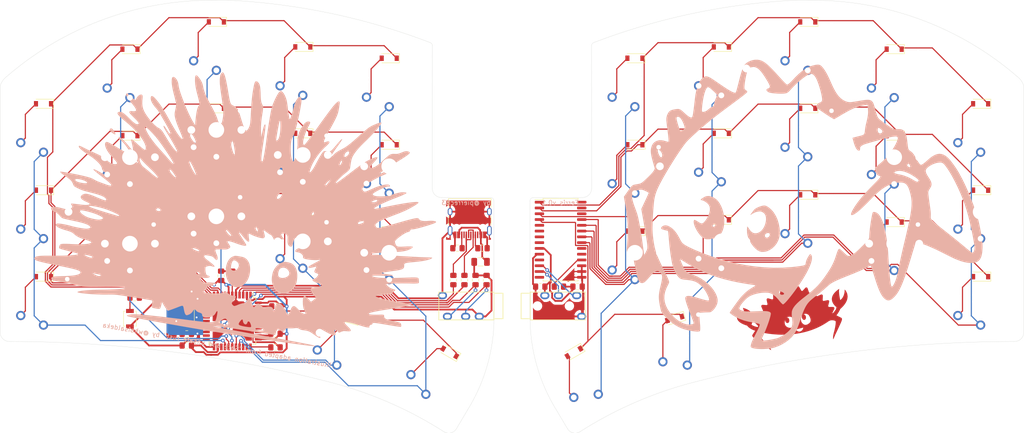
<source format=kicad_pcb>
(kicad_pcb (version 20221018) (generator pcbnew)
  (layers (0 "F.Cu" signal) (31 "B.Cu" signal) (34 "B.Paste" user) (35 "F.Paste" user) (36 "B.SilkS" user "B.Silkscreen") (37 "F.SilkS" user "F.Silkscreen") (38 "B.Mask" user) (39 "F.Mask" user) (44 "Edge.Cuts" user))
  (net 0 "")
  (net 1 "+5V")
  (net 2 "Net-(C1-Pad1)")
  (net 3 "VCC")
  (net 4 "Net-(C8-Pad1)")
  (net 5 "/col4")
  (net 6 "Net-(J1-PadA5)")
  (net 7 "Net-(J1-PadA7)")
  (net 8 "Net-(J1-PadA6)")
  (net 9 "Net-(J1-PadB5)")
  (net 10 "Net-(Jack0-PadR1)")
  (net 11 "Net-(Jack0-PadT)")
  (net 12 "Net-(Jack1-PadR1)")
  (net 13 "Net-(Jack1-PadT)")
  (net 14 "/col0")
  (net 15 "/col8")
  (net 16 "/col5")
  (net 17 "/col2")
  (net 18 "/col1")
  (net 19 "/col3")
  (net 20 "/col6")
  (net 21 "/col7")
  (net 22 "Net-(R1-Pad1)")
  (net 23 "Net-(R2-Pad2)")
  (net 24 "/col9")
  (net 25 "/row0,0")
  (net 26 "/row1,0")
  (net 27 "/row1,1")
  (net 28 "/row0,1")
  (net 29 "/row0,2")
  (net 30 "/row0,3")
  (net 31 "/row1,3")
  (net 32 "/row1,2")
  (net 33 "VDD")
  (net 34 "VSS")
  (net 35 "Net-(D0_0-Pad2)")
  (net 36 "Net-(D0_1-Pad2)")
  (net 37 "Net-(D0_2-Pad2)")
  (net 38 "Net-(D0_3-Pad2)")
  (net 39 "Net-(D0_5-Pad2)")
  (net 40 "Net-(D0_6-Pad2)")
  (net 41 "Net-(D0_7-Pad2)")
  (net 42 "Net-(D0_8-Pad2)")
  (net 43 "Net-(D0_9-Pad2)")
  (net 44 "Net-(D1_0-Pad2)")
  (net 45 "Net-(D1_1-Pad2)")
  (net 46 "Net-(D1_2-Pad2)")
  (net 47 "Net-(D1_3-Pad2)")
  (net 48 "Net-(D1_4-Pad2)")
  (net 49 "Net-(D1_5-Pad2)")
  (net 50 "Net-(D1_6-Pad2)")
  (net 51 "Net-(D1_7-Pad2)")
  (net 52 "Net-(D1_8-Pad2)")
  (net 53 "Net-(D1_9-Pad2)")
  (net 54 "Net-(D2_0-Pad2)")
  (net 55 "Net-(D2_1-Pad2)")
  (net 56 "Net-(D2_2-Pad2)")
  (net 57 "Net-(D2_3-Pad2)")
  (net 58 "Net-(D2_4-Pad2)")
  (net 59 "Net-(D2_5-Pad2)")
  (net 60 "Net-(D2_6-Pad2)")
  (net 61 "Net-(D2_7-Pad2)")
  (net 62 "Net-(D2_8-Pad2)")
  (net 63 "Net-(D2_9-Pad2)")
  (net 64 "Net-(D3_3-Pad2)")
  (net 65 "Net-(D3_4-Pad2)")
  (net 66 "Net-(D3_5-Pad2)")
  (net 67 "Net-(D3_6-Pad2)")
  (net 68 "Net-(D0_4-Pad2)")
  (net 69 "Net-(C2-Pad2)")
  (net 70 "/D-")
  (net 71 "/D+")
  (net 72 "Net-(R9-Pad1)")
  (net 73 "GND")
  (footprint "Diode_SMD:D_SOD-123" (layer "F.Cu") (at 210 24.25 180)
    (fp_text reference "D0_8" hide)
    (fp_text value "D" hide)
  )
  (footprint "Diode_SMD:D_SOD-123" (layer "F.Cu") (at 191 18.25 180)
    (fp_text reference "D0_7" hide)
    (fp_text value "D" hide)
  )
  (footprint "Diode_SMD:D_SOD-123" (layer "F.Cu") (at 172 23.75 180)
    (fp_text reference "D0_6" hide)
    (fp_text value "D" hide)
  )
  (footprint "Diode_SMD:D_SOD-123" (layer "F.Cu") (at 229 36.25 180)
    (fp_text reference "D0_9" hide)
    (fp_text value "D" hide)
  )
  (footprint "Diode_SMD:D_SOD-123" (layer "F.Cu") (at 153 26.25 180)
    (fp_text reference "D0_5" hide)
    (fp_text value "D" hide)
  )
  (footprint "Diode_SMD:D_SOD-123" (layer "F.Cu") (at 153 45.25 180)
    (fp_text reference "D1_5" hide)
    (fp_text value "D" hide)
  )
  (footprint "Diode_SMD:D_SOD-123" (layer "F.Cu") (at 172 42.75 180)
    (fp_text reference "D1_6" hide)
    (fp_text value "D" hide)
  )
  (footprint "Diode_SMD:D_SOD-123" (layer "F.Cu") (at 191 37.25 180)
    (fp_text reference "D1_7" hide)
    (fp_text value "D" hide)
  )
  (footprint "Diode_SMD:D_SOD-123" (layer "F.Cu") (at 210 43.25 180)
    (fp_text reference "D1_8" hide)
    (fp_text value "D" hide)
  )
  (footprint "Diode_SMD:D_SOD-123" (layer "F.Cu") (at 229 55.25 180)
    (fp_text reference "D1_9" hide)
    (fp_text value "D" hide)
  )
  (footprint "Diode_SMD:D_SOD-123" (layer "F.Cu") (at 172 61.75 180)
    (fp_text reference "D2_6" hide)
    (fp_text value "D" hide)
  )
  (footprint "Diode_SMD:D_SOD-123" (layer "F.Cu") (at 229 74.25 180)
    (fp_text reference "D2_9" hide)
    (fp_text value "D" hide)
  )
  (footprint "Diode_SMD:D_SOD-123" (layer "F.Cu") (at 210 62.25 180)
    (fp_text reference "D2_8" hide)
    (fp_text value "D" hide)
  )
  (footprint "Diode_SMD:D_SOD-123" (layer "F.Cu") (at 153 64.25 180)
    (fp_text reference "D2_5" hide)
    (fp_text value "D" hide)
  )
  (footprint "Diode_SMD:D_SOD-123" (layer "F.Cu") (at 191 56.25 180)
    (fp_text reference "D2_7" hide)
    (fp_text value "D" hide)
  )
  (footprint "Diode_SMD:D_SOD-123" (layer "F.Cu") (at 139.6 90.9 -150)
    (fp_text reference "D3_5" hide)
    (fp_text value "D" hide)
  )
  (footprint "Diode_SMD:D_SOD-123" (layer "F.Cu") (at 161.75 83.45 -165)
    (fp_text reference "D3_6" hide)
    (fp_text value "D" hide)
  )
  (footprint "kbd:TRRS-PJ-320A" (layer "F.Cu") (at 130 80.7 90)
    (fp_text reference "Jack1" hide)
    (fp_text value "TRRS" hide)
  )
  (footprint "switches:Choc_PG1350_MX_Spacing" (layer "F.Cu") (at 229 41)
    (fp_text reference "K0_9" hide)
    (fp_text value "KEYSW" hide)
  )
  (footprint "switches:Choc_PG1350_MX_Spacing" (layer "F.Cu") (at 210 29)
    (fp_text reference "K0_8" hide)
    (fp_text value "KEYSW" hide)
  )
  (footprint "switches:Choc_PG1350_MX_Spacing" (layer "F.Cu") (at 153 31)
    (fp_text reference "K0_5" hide)
    (fp_text value "KEYSW" hide)
  )
  (footprint "switches:Choc_PG1350_MX_Spacing" (layer "F.Cu") (at 172 28.5)
    (fp_text reference "K0_6" hide)
    (fp_text value "KEYSW" hide)
  )
  (footprint "switches:Choc_PG1350_MX_Spacing" (layer "F.Cu") (at 191 23)
    (fp_text reference "K0_7" hide)
    (fp_text value "KEYSW" hide)
  )
  (footprint "switches:Choc_PG1350_MX_Spacing" (layer "F.Cu") (at 229 60)
    (fp_text reference "K1_9" hide)
    (fp_text value "KEYSW" hide)
  )
  (footprint "switches:Choc_PG1350_MX_Spacing" (layer "F.Cu") (at 210 48)
    (fp_text reference "K1_8" hide)
    (fp_text value "KEYSW" hide)
  )
  (footprint "switches:Choc_PG1350_MX_Spacing" (layer "F.Cu") (at 191 42)
    (fp_text reference "K1_7" hide)
    (fp_text value "KEYSW" hide)
  )
  (footprint "switches:Choc_PG1350_MX_Spacing" (layer "F.Cu") (at 172 47.5)
    (fp_text reference "K1_6" hide)
    (fp_text value "KEYSW" hide)
  )
  (footprint "switches:Choc_PG1350_MX_Spacing" (layer "F.Cu") (at 153 50)
    (fp_text reference "K1_5" hide)
    (fp_text value "KEYSW" hide)
  )
  (footprint "switches:Choc_PG1350_MX_Spacing" (layer "F.Cu") (at 153 69)
    (fp_text reference "K2_5" hide)
    (fp_text value "KEYSW" hide)
  )
  (footprint "switches:Choc_PG1350_MX_Spacing" (layer "F.Cu") (at 172 66.5)
    (fp_text reference "K2_6" hide)
    (fp_text value "KEYSW" hide)
  )
  (footprint "switches:Choc_PG1350_MX_Spacing" (layer "F.Cu") (at 191 61)
    (fp_text reference "K2_7" hide)
    (fp_text value "KEYSW" hide)
  )
  (footprint "switches:Choc_PG1350_MX_Spacing" (layer "F.Cu") (at 210 67)
    (fp_text reference "K2_8" hide)
    (fp_text value "KEYSW" hide)
  )
  (footprint "switches:Choc_PG1350_MX_Spacing" (layer "F.Cu") (at 229 79)
    (fp_text reference "K2_9" hide)
    (fp_text value "KEYSW" hide)
  )
  (footprint "switches:Choc_PG1350_MX_Spacing" (layer "F.Cu") (at 163 88 15)
    (fp_text reference "K3_6" hide)
    (fp_text value "KEYSW" hide)
  )
  (footprint "switches:Choc_PG1350_MX_Spacing" (layer "F.Cu") (at 142 95 30)
    (fp_text reference "K3_5" hide)
    (fp_text value "KEYSW" hide)
  )
  (footprint "switches:Choc_PG1350_MX_Spacing" (layer "F.Cu") (at 23 41)
    (fp_text reference "K0_0" hide)
    (fp_text value "KEYSW" hide)
  )
  (footprint "Resistor_SMD:R_0805_2012Metric_Pad1.15x1.40mm_HandSolder" (layer "F.Cu") (at 119.5 68 180)
    (fp_text reference "R5" hide)
    (fp_text value "5.1K" hide)
  )
  (footprint "Diode_SMD:D_SOD-123" (layer "F.Cu") (at 42 62.25 180)
    (fp_text reference "D2_1" hide)
    (fp_text value "D" hide)
  )
  (footprint "switches:Choc_PG1350_MX_Spacing" (layer "F.Cu") (at 80 47.5)
    (fp_text reference "K1_3" hide)
    (fp_text value "KEYSW" hide)
  )
  (footprint "Diode_SMD:D_SOD-123" (layer "F.Cu") (at 23 55.25 180)
    (fp_text reference "D1_0" hide)
    (fp_text value "D" hide)
  )
  (footprint "Diode_SMD:D_SOD-123" (layer "F.Cu") (at 99 64.25 180)
    (fp_text reference "D2_4" hide)
    (fp_text value "D" hide)
  )
  (footprint "Diode_SMD:D_SOD-123" (layer "F.Cu") (at 23 74.25 180)
    (fp_text reference "D2_0" hide)
    (fp_text value "D" hide)
  )
  (footprint "Diode_SMD:D_SOD-123" (layer "F.Cu") (at 61 18.25 180)
    (fp_text reference "D0_2" hide)
    (fp_text value "D" hide)
  )
  (footprint "Connector_USB:USB_C_Receptacle_HRO_TYPE-C-31-M-12" (layer "F.Cu") (at 116.695 61.015 180)
    (fp_text reference "J1" hide)
    (fp_text value "USB C" hide)
  )
  (footprint "switches:Choc_PG1350_MX_Spacing" (layer "F.Cu") (at 42 29)
    (fp_text reference "K0_1" hide)
    (fp_text value "KEYSW" hide)
  )
  (footprint "switches:Choc_PG1350_MX_Spacing" (layer "F.Cu") (at 99 69)
    (fp_text reference "K2_4" hide)
    (fp_text value "KEYSW" hide)
  )
  (footprint "switches:Choc_PG1350_MX_Spacing" (layer "F.Cu") (at 80 28.5)
    (fp_text reference "K0_3" hide)
    (fp_text value "KEYSW" hide)
  )
  (footprint "Diode_SMD:D_SOD-123" (layer "F.Cu") (at 42 43.25 180)
    (fp_text reference "D1_1" hide)
    (fp_text value "D" hide)
  )
  (footprint "Diode_SMD:D_SOD-123" (layer "F.Cu") (at 80 23.75 180)
    (fp_text reference "D0_3" hide)
    (fp_text value "D" hide)
  )
  (footprint "Diode_SMD:D_SOD-123" (layer "F.Cu") (at 112.3 90.9 150)
    (fp_text reference "D3_4" hide)
    (fp_text value "D" hide)
  )
  (footprint "switches:Choc_PG1350_MX_Spacing" (layer "F.Cu") (at 23 79)
    (fp_text reference "K2_0" hide)
    (fp_text value "KEYSW" hide)
  )
  (footprint "Diode_SMD:D_SOD-123" (layer "F.Cu") (at 61 56.25 180)
    (fp_text reference "D2_2" hide)
    (fp_text value "D" hide)
  )
  (footprint "switches:Choc_PG1350_MX_Spacing" (layer "F.Cu") (at 80 66.5)
    (fp_text reference "K2_3" hide)
    (fp_text value "KEYSW" hide)
  )
  (footprint "Diode_SMD:D_SOD-123" (layer "F.Cu") (at 90.2 83.4 165)
    (fp_text reference "D3_3" hide)
    (fp_text value "D" hide)
  )
  (footprint "Diode_SMD:D_SOD-123" (layer "F.Cu") (at 80 42.75 180)
    (fp_text reference "D1_3" hide)
    (fp_text value "D" hide)
  )
  (footprint "Diode_SMD:D_SOD-123" (layer "F.Cu") (at 61 37.25 180)
    (fp_text reference "D1_2" hide)
    (fp_text value "D" hide)
  )
  (footprint "Resistor_SMD:R_0805_2012Metric_Pad1.15x1.40mm_HandSolder" (layer "F.Cu") (at 114 68)
    (fp_text reference "R6" hide)
    (fp_text value "5.1K" hide)
  )
  (footprint "Diode_SMD:D_SOD-123" (layer "F.Cu") (at 23 36.25 180)
    (fp_text reference "D0_0" hide)
    (fp_text value "D" hide)
  )
  (footprint "switches:Choc_PG1350_MX_Spacing" (layer "F.Cu") (at 99 31)
    (fp_text reference "K0_4" hide)
    (fp_text value "KEYSW" hide)
  )
  (footprint "switches:Choc_PG1350_MX_Spacing" (layer "F.Cu") (at 23 60)
    (fp_text reference "K1_0" hide)
    (fp_text value "KEYSW" hide)
  )
  (footprint "switches:Choc_PG1350_MX_Spacing" (layer "F.Cu") (at 61 23)
    (fp_text reference "K0_2" hide)
    (fp_text value "KEYSW" hide)
  )
  (footprint "Diode_SMD:D_SOD-123" (layer "F.Cu") (at 99 45.25 180)
    (fp_text reference "D1_4" hide)
    (fp_text value "D" hide)
  )
  (footprint "Diode_SMD:D_SOD-123" (layer "F.Cu") (at 99 26.25 180)
    (fp_text reference "D0_4" hide)
    (fp_text value "D" hide)
  )
  (footprint "Diode_SMD:D_SOD-123" (layer "F.Cu") (at 42 24.25 180)
    (fp_text reference "D0_1" hide)
    (fp_text value "D" hide)
  )
  (footprint "switches:Choc_PG1350_MX_Spacing" (layer "F.Cu") (at 110 95 -30)
    (fp_text reference "K3_4" hide)
    (fp_text value "KEYSW" hide)
  )
  (footprint "switches:Choc_PG1350_MX_Spacing" (layer "F.Cu") (at 42 48)
    (fp_text reference "K1_1" hide)
    (fp_text value "KEYSW" hide)
  )
  (footprint "Resistor_SMD:R_0805_2012Metric_Pad1.15x1.40mm_HandSolder" (layer "F.Cu") (at 117.97 75 90)
    (fp_text reference "R7" hide)
    (fp_text value "4.7k" hide)
  )
  (footprint "switches:Choc_PG1350_MX_Spacing" (layer "F.Cu") (at 61 42)
    (fp_text reference "K1_2" hide)
    (fp_text value "KEYSW" hide)
  )
  (footprint "Diode_SMD:D_SOD-123" (layer "F.Cu") (at 80 61.75 180)
    (fp_text reference "D2_3" hide)
    (fp_text value "D" hide)
  )
  (footprint "switches:Choc_PG1350_MX_Spacing" (layer "F.Cu") (at 42 67)
    (fp_text reference "K2_1" hide)
    (fp_text value "KEYSW" hide)
  )
  (footprint "switches:Choc_PG1350_MX_Spacing" (layer "F.Cu") (at 99 50)
    (fp_text reference "K1_4" hide)
    (fp_text value "KEYSW" hide)
  )
  (footprint "kbd:TRRS-PJ-320A" (layer "F.Cu") (at 122 80.7 -90)
    (fp_text reference "Jack0" hide)
    (fp_text value "TRRS" hide)
  )
  (footprint "copper_pads:ferris" (layer "F.Cu") (at 188 83 10)
    (fp_text reference "G***" hide)
    (fp_text value "LOGO" hide)
  )
  (footprint "Capacitor_SMD:C_0805_2012Metric_Pad1.15x1.40mm_HandSolder" (layer "F.Cu") (at 132.2 76.45)
    (fp_text reference "C10" hide)
    (fp_text value "0.1u" hide)
  )
  (footprint "Capacitor_SMD:C_0805_2012Metric_Pad1.15x1.40mm_HandSolder" (layer "F.Cu") (at 140.4 76.45 180)
    (fp_text reference "C9" hide)
    (fp_text value "0.1u" hide)
  )
  (footprint "Package_SO:SOIC-28W_7.5x17.9mm_P1.27mm" (layer "F.Cu") (at 136.67 66.14)
    (fp_text reference "U2" hide)
    (fp_text value "MCP23017_SO" hide)
  )
  (footprint "Resistor_SMD:R_0805_2012Metric_Pad1.15x1.40mm_HandSolder" (layer "F.Cu") (at 136.3 76.45)
    (fp_text reference "R9" hide)
    (fp_text value "10k" hide)
  )
  (footprint "switches:Choc_PG1350_MX_Spacing" (layer "F.Cu") (at 89 88 -15)
    (fp_text reference "K3_3" hide)
    (fp_text value "KEYSW" hide)
  )
  (footprint "Capacitor_SMD:C_0805_2012Metric_Pad1.15x1.40mm_HandSolder" (layer "F.Cu") (at 54.5 86.84 180)
    (fp_text reference "C1" hide)
    (fp_text value "22p" hide)
  )
  (footprint "Capacitor_SMD:C_0805_2012Metric_Pad1.15x1.40mm_HandSolder" (layer "F.Cu") (at 62.05 74.07 90)
    (fp_text reference "C4" hide)
    (fp_text value "0.1u" hide)
  )
  (footprint "Capacitor_SMD:C_0805_2012Metric_Pad1.15x1.40mm_HandSolder" (layer "F.Cu") (at 54.57 76 180)
    (fp_text reference "C5" hide)
    (fp_text value "0.1u" hide)
  )
  (footprint "Capacitor_SMD:C_0805_2012Metric_Pad1.15x1.40mm_HandSolder" (layer "F.Cu") (at 74 86.8 180)
    (fp_text reference "C6" hide)
    (fp_text value "0.1u" hide)
  )
  (footprint "Capacitor_SMD:C_0805_2012Metric_Pad1.15x1.40mm_HandSolder" (layer "F.Cu") (at 74.21 80.78 180)
    (fp_text reference "C7" hide)
    (fp_text value "4.7u" hide)
  )
  (footprint "Capacitor_SMD:C_0805_2012Metric_Pad1.15x1.40mm_HandSolder" (layer "F.Cu") (at 64.5 74.07 90)
    (fp_text reference "C8" hide)
    (fp_text value "1u" hide)
  )
  (footprint "Resistor_SMD:R_0805_2012Metric_Pad1.15x1.40mm_HandSolder" (layer "F.Cu") (at 43.035 78.86)
    (fp_text reference "R1" hide)
    (fp_text value "10k" hide)
  )
  (footprint "switches:Choc_PG1350_MX_Spacing" (layer "F.Cu") (at 61 61)
    (fp_text reference "K2_2" hide)
    (fp_text value "KEYSW" hide)
  )
  (footprint "Crystal:Crystal_SMD_3225-4Pin_3.2x2.5mm" (layer "F.Cu") (at 54.5 82.95 90)
    (fp_text reference "Y1" hide)
    (fp_text value "Crystal" hide)
  )
  (footprint "Package_QFP:TQFP-44_10x10mm_P0.8mm" (layer "F.Cu") (at 64.5 84 -90)
    (fp_text reference "U1" hide)
    (fp_text value "ATmega32U4-AU" hide)
  )
  (footprint "Resistor_SMD:R_0805_2012Metric_Pad1.15x1.40mm_HandSolder" (layer "F.Cu") (at 74 89.8 180)
    (fp_text reference "R2" hide)
    (fp_text value "10k" hide)
  )
  (footprint "Capacitor_SMD:C_0805_2012Metric_Pad1.15x1.40mm_HandSolder" (layer "F.Cu") (at 54.5 79.12 180)
    (fp_text reference "C2" hide)
    (fp_text value "22p" hide)
  )
  (footprint "Fuse:Fuse_1206_3216Metric" (layer "F.Cu") (at 119.08 71)
    (fp_text reference "F1" hide)
    (fp_text value "500mA" hide)
  )
  (footprint "Capacitor_SMD:C_0805_2012Metric_Pad1.15x1.40mm_HandSolder" (layer "F.Cu") (at 54.5 89.39 180)
    (fp_text reference "C3" hide)
    (fp_text value "0.1u" hide)
  )
  (footprint "Resistor_SMD:R_0805_2012Metric_Pad1.15x1.40mm_HandSolder" (layer "F.Cu") (at 115.53 75 90)
    (fp_text reference "R3" hide)
    (fp_text value "22" hide)
  )
  (footprint "Resistor_SMD:R_0805_2012Metric_Pad1.15x1.40mm_HandSolder" (layer "F.Cu") (at 113.1 75 90)
    (fp_text reference "R4" hide)
    (fp_text value "22" hide)
  )
  (footprint "Resistor_SMD:R_0805_2012Metric_Pad1.15x1.40mm_HandSolder" (layer "F.Cu") (at 120.4 75 -90)
    (fp_text reference "R8" hide)
    (fp_text value "4.7k" hide)
  )
  (footprint "Button_Switch_SMD:SW_SPST_B3U-1000P" (layer "F.Cu") (at 42 83.5 90)
    (fp_text reference "SW1" hide)
    (fp_text value "SW_PUSH" hide)
  )
  (footprint "silkscreens:safe_rust" (layer "B.Cu") (at 186.43 52.99 -170)
    (fp_text reference "G***" hide)
    (fp_text value "LOGO" hide)
  )
  (footprint "silkscreens:unsafe_rust" (layer "B.Cu") (at 67.89 61.31 170)
    (fp_text reference "G***" hide)
    (fp_text value "LOGO" hide)
  )
  (gr_arc (start 237.035 30.255) (mid 237.905259 31.151147) (end 238.462141 32.26932) (stroke (width 0.05)) (layer "Edge.Cuts"))
  (gr_arc (start 143.899755 22.82447) (mid 165.624356 16.417453) (end 188.084773 13.495504) (stroke (width 0.05)) (layer "Edge.Cuts"))
  (gr_line (start 236.16 88.506571) (end 236.434998 88.505917) (stroke (width 0.05)) (layer "Edge.Cuts"))
  (gr_arc (start 140.95 108.33) (mid 153.106778 101.873207) (end 166.130293 97.416137) (stroke (width 0.05)) (layer "Edge.Cuts"))
  (gr_arc (start 166.129829 97.41433) (mid 200.865007 90.759903) (end 236.16 88.506571) (stroke (width 0.05)) (layer "Edge.Cuts"))
  (gr_arc (start 238.469999 86.574999) (mid 237.847467 87.956717) (end 236.434998 88.505917) (stroke (width 0.05)) (layer "Edge.Cuts"))
  (gr_arc (start 140.95 108.33) (mid 139.459005 108.60098) (end 138.218 107.731265) (stroke (width 0.05)) (layer "Edge.Cuts"))
  (gr_arc (start 143.465 23.505) (mid 143.582966 23.101226) (end 143.899755 22.82447) (stroke (width 0.05)) (layer "Edge.Cuts"))
  (gr_arc (start 129.94 57.615) (mid 130.15967 57.08467) (end 130.69 56.865) (stroke (width 0.05)) (layer "Edge.Cuts"))
  (gr_line (start 141.45 56.86) (end 130.69 56.865) (stroke (width 0.05)) (layer "Edge.Cuts"))
  (gr_line (start 238.462141 32.26932) (end 238.469999 86.574999) (stroke (width 0.05)) (layer "Edge.Cuts"))
  (gr_line (start 188.084876 13.497561) (end 192.06 13.5) (stroke (width 0.05)) (layer "Edge.Cuts"))
  (gr_arc (start 192.06 13.5) (mid 216.056865 17.825316) (end 237.033389 30.256861) (stroke (width 0.05)) (layer "Edge.Cuts"))
  (gr_line (start 135.725228 103.529919) (end 138.218 107.731265) (stroke (width 0.05)) (layer "Edge.Cuts"))
  (gr_arc (start 143.485001 54.929082) (mid 142.862469 56.3108) (end 141.45 56.86) (stroke (width 0.05)) (layer "Edge.Cuts"))
  (gr_arc (start 135.725228 103.529919) (mid 131.43851 93.793587) (end 129.95 83.26) (stroke (width 0.05)) (layer "Edge.Cuts"))
  (gr_line (start 129.94 57.615) (end 129.95 83.26) (stroke (width 0.05)) (layer "Edge.Cuts"))
  (gr_line (start 143.485001 54.929082) (end 143.465 23.505) (stroke (width 0.05)) (layer "Edge.Cuts"))
  (gr_arc (start 15.525002 88.505917) (mid 14.112534 87.956716) (end 13.490001 86.574999) (stroke (width 0.05)) (layer "Edge.Cuts"))
  (gr_arc (start 122.02 84.59) (mid 120.363265 94.395214) (end 116.274461 103.459907) (stroke (width 0.05)) (layer "Edge.Cuts"))
  (gr_line (start 122.02 57.615) (end 122.02 84.59) (stroke (width 0.05)) (layer "Edge.Cuts"))
  (gr_line (start 116.274461 103.459907) (end 113.742 107.731265) (stroke (width 0.05)) (layer "Edge.Cuts"))
  (gr_arc (start 108.060245 22.82447) (mid 108.377034 23.101226) (end 108.495 23.505) (stroke (width 0.05)) (layer "Edge.Cuts"))
  (gr_arc (start 113.742 107.731265) (mid 112.500995 108.60098) (end 111.01 108.33) (stroke (width 0.05)) (layer "Edge.Cuts"))
  (gr_arc (start 63.875227 13.495504) (mid 86.335644 16.417453) (end 108.060245 22.82447) (stroke (width 0.05)) (layer "Edge.Cuts"))
  (gr_arc (start 13.497859 32.26932) (mid 14.054742 31.151147) (end 14.925 30.255) (stroke (width 0.05)) (layer "Edge.Cuts"))
  (gr_line (start 110.51 56.86) (end 121.27 56.865) (stroke (width 0.05)) (layer "Edge.Cuts"))
  (gr_arc (start 121.27 56.865) (mid 121.80033 57.08467) (end 122.02 57.615) (stroke (width 0.05)) (layer "Edge.Cuts"))
  (gr_arc (start 110.51 56.86) (mid 109.097532 56.310799) (end 108.474999 54.929082) (stroke (width 0.05)) (layer "Edge.Cuts"))
  (gr_line (start 108.474999 54.929082) (end 108.495 23.505) (stroke (width 0.05)) (layer "Edge.Cuts"))
  (gr_line (start 63.875124 13.497561) (end 59.9 13.5) (stroke (width 0.05)) (layer "Edge.Cuts"))
  (gr_line (start 13.497859 32.26932) (end 13.490001 86.574999) (stroke (width 0.05)) (layer "Edge.Cuts"))
  (gr_arc (start 85.829707 97.416137) (mid 98.853222 101.873207) (end 111.01 108.33) (stroke (width 0.05)) (layer "Edge.Cuts"))
  (gr_line (start 15.8 88.506571) (end 15.525002 88.505917) (stroke (width 0.05)) (layer "Edge.Cuts"))
  (gr_arc (start 14.926611 30.256861) (mid 35.903135 17.825316) (end 59.9 13.5) (stroke (width 0.05)) (layer "Edge.Cuts"))
  (gr_arc (start 15.8 88.506571) (mid 51.094993 90.759903) (end 85.830171 97.41433) (stroke (width 0.05)) (layer "Edge.Cuts"))
  (gr_text "by @pierrec83" (at 115.91 58) (layer "B.SilkS") (effects (font (size 1 1)) (justify mirror)))
  (gr_text "Illustration adapted from \"Safe and unsafe rust\" by @whoisaldeka" (at 61.14 89.3 350) (layer "B.SilkS") (effects (font (size 1 1)) (justify mirror)))
  (gr_text "Ferris v0.1" (at 136.61 58) (layer "B.SilkS") (effects (font (size 1 1)) (justify mirror)))
  (segment (start 54.50449 74.90949) (end 48.01051 74.90949) (width 0.381) (layer "F.Cu") (net 1))
  (segment (start 74.14449 79.68949) (end 75.235 80.78) (width 0.381) (layer "F.Cu") (net 1))
  (segment (start 67.912599 79.440501) (end 67.7 79.227902) (width 0.381) (layer "F.Cu") (net 1))
  (segment (start 72.59469 79.68949) (end 74.14449 79.68949) (width 0.381) (layer "F.Cu") (net 1))
  (segment (start 55.595 76) (end 54.50449 74.90949) (width 0.381) (layer "F.Cu") (net 1))
  (segment (start 55.56 76.035) (end 55.595 76) (width 0.381) (layer "F.Cu") (net 1))
  (segment (start 70.2 80) (end 72.28418 80) (width 0.381) (layer "F.Cu") (net 1))
  (segment (start 48.01051 74.90949) (end 44.06 78.86) (width 0.381) (layer "F.Cu") (net 1))
  (segment (start 72.28418 80) (end 72.59469 79.68949) (width 0.381) (layer "F.Cu") (net 1))
  (segment (start 69.333392 79.19451) (end 69.087401 79.440501) (width 0.381) (layer "F.Cu") (net 1))
  (segment (start 69.087401 79.440501) (end 67.912599 79.440501) (width 0.381) (layer "F.Cu") (net 1))
  (segment (start 76.45 80.78) (end 76.46 80.79) (width 0.381) (layer "F.Cu") (net 1))
  (segment (start 75.235 80.78) (end 76.45 80.78) (width 0.381) (layer "F.Cu") (net 1))
  (segment (start 67.72 78.32) (end 67.7 78.3) (width 0.381) (layer "F.Cu") (net 1))
  (segment (start 67.7 79.227902) (end 67.7 78.3) (width 0.381) (layer "F.Cu") (net 1))
  (segment (start 61.945 75.2) (end 62.05 75.095) (width 0.381) (layer "F.Cu") (net 1))
  (segment (start 55.56 77.52) (end 55.56 76.035) (width 0.381) (layer "F.Cu") (net 1))
  (segment (start 63.71 78.29) (end 63.7 78.3) (width 0.381) (layer "F.Cu") (net 1))
  (segment (start 76.46 80.79) (end 76.46 79.28) (width 0.381) (layer "F.Cu") (net 1))
  (segment (start 117.97 73.975) (end 120.4 73.975) (width 0.381) (layer "F.Cu") (net 1))
  (segment (start 75.025 86.8) (end 76.44 86.8) (width 0.381) (layer "F.Cu") (net 1))
  (segment (start 97.276968 78.648528) (end 100.118939 81.490501) (width 0.381) (layer "F.Cu") (net 1))
  (segment (start 71.163673 79.19451) (end 71.709655 78.648528) (width 0.381) (layer "F.Cu") (net 1))
  (segment (start 59.920164 91.429836) (end 58.811599 91.429836) (width 0.381) (layer "F.Cu") (net 1))
  (segment (start 121.49051 81.69049) (end 121.49051 75.06551) (width 0.381) (layer "F.Cu") (net 1))
  (segment (start 76.46 90.04582) (end 76.46 86.82) (width 0.381) (layer "F.Cu") (net 1))
  (segment (start 62.05 75.095) (end 61.447957 75.095) (width 0.381) (layer "F.Cu") (net 1))
  (segment (start 58.8 81.6) (end 57.669 81.6) (width 0.381) (layer "F.Cu") (net 1))
  (segment (start 75.61531 90.89051) (end 76.46 90.04582) (width 0.381) (layer "F.Cu") (net 1))
  (segment (start 76.44 86.8) (end 76.46 86.82) (width 0.381) (layer "F.Cu") (net 1))
  (segment (start 63.18 76.03) (end 63.7 76.55) (width 0.381) (layer "F.Cu") (net 1))
  (segment (start 61.3 89.7) (end 61.3 90.627902) (width 0.381) (layer "F.Cu") (net 1))
  (segment (start 58.80261 91.428452) (end 58.212079 90.837921) (width 0.381) (layer "F.Cu") (net 1))
  (segment (start 57.659499 81.590499) (end 57.659499 78.064499) (width 0.381) (layer "F.Cu") (net 1))
  (segment (start 61.087401 90.840501) (end 59.050501 90.840501) (width 0.381) (layer "F.Cu") (net 1))
  (segment (start 62.05 75.095) (end 62.245 75.095) (width 0.381) (layer "F.Cu") (net 1))
  (segment (start 75.828528 78.648528) (end 71.709655 78.648528) (width 0.381) (layer "F.Cu") (net 1))
  (segment (start 55.525 89.39) (end 56.61 89.39) (width 0.381) (layer "F.Cu") (net 1))
  (segment (start 75.828528 78.648528) (end 97.276968 78.648528) (width 0.381) (layer "F.Cu") (net 1))
  (segment (start 56.185 89.39) (end 56.61 89.39) (width 0.381) (layer "F.Cu") (net 1))
  (segment (start 61.447957 75.095) (end 60.51 76.032957) (width 0.381) (layer "F.Cu") (net 1))
  (segment (start 70.2 88) (end 73.825 88) (width 0.381) (layer "F.Cu") (net 1))
  (segment (start 62.05 75.095) (end 62.539203 75.095) (width 0.381) (layer "F.Cu") (net 1))
  (segment (start 62.05 75.095) (end 62.115 75.095) (width 0.381) (layer "F.Cu") (net 1))
  (segment (start 63.7 76.55) (end 63.7 78.3) (width 0.381) (layer "F.Cu") (net 1))
  (segment (start 59.689836 91.429836) (end 59.920164 91.429836) (width 0.381) (layer "F.Cu") (net 1))
  (segment (start 57.6 89.39) (end 56.61 89.39) (width 0.381) (layer "F.Cu") (net 1))
  (segment (start 69.333392 79.19451) (end 71.163673 79.19451) (width 0.381) (layer "F.Cu") (net 1))
  (segment (start 76.46 79.28) (end 75.828528 78.648528) (width 0.381) (layer "F.Cu") (net 1))
  (segment (start 76.46 86.82) (end 76.46 90.01582) (width 0.381) (layer "F.Cu") (net 1))
  (segment (start 117.68 71) (end 117.68 73.685) (width 0.381) (layer "F.Cu") (net 1))
  (segment (start 117.41 81.61) (end 118.8 83) (width 0.381) (layer "F.Cu") (net 1))
  (segment (start 117.68 73.685) (end 117.97 73.975) (width 0.381) (layer "F.Cu") (net 1))
  (segment (start 121.49051 75.06551) (end 120.4 73.975) (width 0.381) (layer "F.Cu") (net 1))
  (segment (start 61.330164 91.429836) (end 61.86949 90.89051) (width 0.381) (layer "F.Cu") (net 1))
  (segment (start 73.825 88) (end 75.025 86.8) (width 0.381) (layer "F.Cu") (net 1))
  (segment (start 55.525 89.39) (end 55.525 89.885) (width 0.381) (layer "F.Cu") (net 1))
  (segment (start 55.525 89.885) (end 56.477921 90.837921) (width 0.381) (layer "F.Cu") (net 1))
  (segment (start 61.86949 90.89051) (end 75.61531 90.89051) (width 0.381) (layer "F.Cu") (net 1))
  (segment (start 59.050501 90.840501) (end 57.6 89.39) (width 0.381) (layer "F.Cu") (net 1))
  (segment (start 121.49051 78.206875) (end 121.49051 75.43469) (width 0.381) (layer "F.Cu") (net 1))
  (segment (start 61.3 90.627902) (end 61.087401 90.840501) (width 0.381) (layer "F.Cu") (net 1))
  (segment (start 59.920164 91.429836) (end 61.330164 91.429836) (width 0.381) (layer "F.Cu") (net 1))
  (segment (start 57.659499 78.064499) (end 55.595 76) (width 0.381) (layer "F.Cu") (net 1))
  (segment (start 58.212079 90.837921) (end 56.477921 90.837921) (width 0.381) (layer "F.Cu") (net 1))
  (segment (start 118.8 83) (end 120.181 83) (width 0.381) (layer "F.Cu") (net 1))
  (segment (start 62.245 75.095) (end 63.18 76.03) (width 0.381) (layer "F.Cu") (net 1))
  (segment (start 120.181 83) (end 121.49051 81.69049) (width 0.381) (layer "F.Cu") (net 1))
  (segment (start 58.811599 91.429836) (end 58.80261 91.428452) (width 0.381) (layer "F.Cu") (net 1))
  (segment (start 100.118939 81.490501) (end 117.290501 81.490501) (width 0.381) (layer "F.Cu") (net 1))
  (segment (start 117.290501 81.490501) (end 117.41 81.61) (width 0.381) (layer "F.Cu") (net 1))
  (segment (start 57.669 81.6) (end 57.659499 81.590499) (width 0.381) (layer "F.Cu") (net 1))
  (via (at 76.46 80.79) (size 0.8) (drill 0.4) (layers "F.Cu" "B.Cu") (net 1))
  (via (at 60.51 76.032957) (size 0.8) (drill 0.4) (layers "F.Cu" "B.Cu") (net 1))
  (via (at 55.56 77.52) (size 0.8) (drill 0.4) (layers "F.Cu" "B.Cu") (net 1))
  (via (at 76.46 86.82) (size 0.8) (drill 0.4) (layers "F.Cu" "B.Cu") (net 1))
  (via (at 63.18 76.03) (size 0.8) (drill 0.4) (layers "F.Cu" "B.Cu") (net 1))
  (segment (start 71.7 76.03) (end 76.46 80.79) (width 0.381) (layer "B.Cu") (net 1))
  (segment (start 55.49 77.59) (end 55.56 77.52) (width 0.381) (layer "B.Cu") (net 1))
  (segment (start 57.047043 76.032957) (end 55.56 77.52) (width 0.381) (layer "B.Cu") (net 1))
  (segment (start 76.46 80.79) (end 76.46 86.82) (width 0.381) (layer "B.Cu") (net 1))
  (segment (start 63.18 76.03) (end 71.7 76.03) (width 0.381) (layer "B.Cu") (net 1))
  (segment (start 60.51 76.032957) (end 57.047043 76.032957) (width 0.381) (layer "B.Cu") (net 1))
  (segment (start 63.260674 76.110674) (end 63.18 76.03) (width 0.381) (layer "B.Cu") (net 1))
  (segment (start 55.34 86.525) (end 55.655 86.84) (width 0.254) (layer "F.Cu") (net 2))
  (segment (start 55.525 86.84) (end 55.525 84.225) (width 0.254) (layer "F.Cu") (net 2))
  (segment (start 58.8 84) (end 55.9 84) (width 0.254) (layer "F.Cu") (net 2))
  (segment (start 55.525 84.225) (end 55.35 84.05) (width 0.254) (layer "F.Cu") (net 2))
  (segment (start 55.4 84) (end 55.35 84.05) (width 0.254) (layer "F.Cu") (net 2))
  (segment (start 114.404499 64.022599) (end 114.936609 63.490489) (width 0.381) (layer "F.Cu") (net 3))
  (segment (start 118.985501 64.900501) (end 119.145 65.06) (width 0.381) (layer "F.Cu") (net 3))
  (segment (start 114.404499 64.900501) (end 114.404499 64.022599) (width 0.381) (layer "F.Cu") (net 3))
  (segment (start 118.453391 63.490489) (end 118.985501 64.022599) (width 0.381) (layer "F.Cu") (net 3))
  (segment (start 114.936609 63.490489) (end 118.453391 63.490489) (width 0.381) (layer "F.Cu") (net 3))
  (segment (start 119.145 65.06) (end 119.145 65.515) (width 0.381) (layer "F.Cu") (net 3))
  (segment (start 114.404499 64.022599) (end 114.482599 63.944499) (width 0.381) (layer "F.Cu") (net 3))
  (segment (start 119.145 66.98918) (end 119.44051 67.28469) (width 0.381) (layer "F.Cu") (net 3))
  (segment (start 119.19051 65.10551) (end 119.145 65.06) (width 0.381) (layer "F.Cu") (net 3))
  (segment (start 119.44051 67.28469) (end 119.44051 69.96051) (width 0.381) (layer "F.Cu") (net 3))
  (segment (start 119.145 65.515) (end 119.19051 65.56051) (width 0.381) (layer "F.Cu") (net 3))
  (segment (start 119.145 65.06) (end 119.145 66.98918) (width 0.381) (layer "F.Cu") (net 3))
  (segment (start 118.985501 64.022599) (end 118.985501 64.900501) (width 0.381) (layer "F.Cu") (net 3))
  (segment (start 114.245 65.06) (end 114.404499 64.900501) (width 0.381) (layer "F.Cu") (net 3))
  (segment (start 119.44051 69.96051) (end 120.48 71) (width 0.381) (layer "F.Cu") (net 3))
  (segment (start 64.5 75.095) (end 64.5 78.3) (width 0.254) (layer "F.Cu") (net 4))
  (segment (start 66.1 89.7) (end 66.1 88.66303) (width 0.254) (layer "F.Cu") (net 5))
  (segment (start 66.1 88.66303) (end 66.416908 88.346122) (width 0.254) (layer "F.Cu") (net 5))
  (via (at 66.416908 88.346122) (size 0.8) (drill 0.4) (layers "F.Cu" "B.Cu") (net 5))
  (segment (start 71.125107 93.054321) (end 84.840685 93.054321) (width 0.254) (layer "B.Cu") (net 5))
  (segment (start 99 55.9) (end 96.958499 57.941501) (width 0.254) (layer "B.Cu") (net 5))
  (segment (start 105.172817 98.232367) (end 107.05 100.10955) (width 0.254) (layer "B.Cu") (net 5))
  (segment (start 96.958499 38.941501) (end 96.958499 53.858499) (width 0.254) (layer "B.Cu") (net 5))
  (segment (start 90.018731 98.232367) (end 105.172817 98.232367) (width 0.254) (layer "B.Cu") (net 5))
  (segment (start 99 74.9) (end 107.05 82.95) (width 0.254) (layer "B.Cu") (net 5))
  (segment (start 96.958499 57.941501) (end 96.958499 72.858499) (width 0.254) (layer "B.Cu") (net 5))
  (segment (start 99 36.9) (end 96.958499 38.941501) (width 0.254) (layer "B.Cu") (net 5))
  (segment (start 96.958499 53.858499) (end 99 55.9) (width 0.254) (layer "B.Cu") (net 5))
  (segment (start 84.840685 93.054321) (end 90.018731 98.232367) (width 0.254) (layer "B.Cu") (net 5))
  (segment (start 66.416908 88.346122) (end 71.125107 93.054321) (width 0.254) (layer "B.Cu") (net 5))
  (segment (start 107.05 82.95) (end 107.05 100.10955) (width 0.254) (layer "B.Cu") (net 5))
  (segment (start 96.958499 72.858499) (end 99 74.9) (width 0.254) (layer "B.Cu") (net 5))
  (segment (start 117.945 67.47) (end 118.475 68) (width 0.254) (layer "F.Cu") (net 6))
  (segment (start 117.945 65.06) (end 117.945 67.47) (width 0.254) (layer "F.Cu") (net 6))
  (segment (start 117.945 65.225) (end 117.967999 65.247999) (width 0.254) (layer "F.Cu") (net 6))
  (segment (start 117.945 65.06) (end 117.945 65.225) (width 0.254) (layer "F.Cu") (net 6))
  (segment (start 117.445 67.813085) (end 115.53 69.728085) (width 0.254) (layer "F.Cu") (net 7))
  (segment (start 116.445 65.06) (end 116.445 64.081) (width 0.254) (layer "F.Cu") (net 7))
  (segment (start 117.445 65.06) (end 117.445 67.813085) (width 0.254) (layer "F.Cu") (net 7))
  (segment (start 115.53 69.728085) (end 115.53 73.975) (width 0.254) (layer "F.Cu") (net 7))
  (segment (start 117.402599 64.007999) (end 117.445 64.0504) (width 0.254) (layer "F.Cu") (net 7))
  (segment (start 116.518001 64.007999) (end 117.402599 64.007999) (width 0.254) (layer "F.Cu") (net 7))
  (segment (start 116.445 64.081) (end 116.518001 64.007999) (width 0.254) (layer "F.Cu") (net 7))
  (segment (start 117.445 64.0504) (end 117.445 65.06) (width 0.254) (layer "F.Cu") (net 7))
  (segment (start 116.172001 66.112001) (end 116.17701 66.11701) (width 0.254) (layer "F.Cu") (net 8))
  (segment (start 115.945 65.06) (end 115.945 68.671019) (width 0.254) (layer "F.Cu") (net 8))
  (segment (start 116.945 65.06) (end 116.945 66.023602) (width 0.254) (layer "F.Cu") (net 8))
  (segment (start 116.856601 66.112001) (end 116.945 66.023602) (width 0.254) (layer "F.Cu") (net 8))
  (segment (start 115.945 66.023602) (end 116.033399 66.112001) (width 0.254) (layer "F.Cu") (net 8))
  (segment (start 116.033399 66.112001) (end 116.172001 66.112001) (width 0.254) (layer "F.Cu") (net 8))
  (segment (start 113.1 71.516019) (end 113.1 73.975) (width 0.254) (layer "F.Cu") (net 8))
  (segment (start 115.945 65.06) (end 115.945 68.671018) (width 0.254) (layer "F.Cu") (net 8))
  (segment (start 115.945 66.023602) (end 115.945 65.06) (width 0.254) (layer "F.Cu") (net 8))
  (segment (start 115.945 68.671019) (end 113.1 71.516019) (width 0.254) (layer "F.Cu") (net 8))
  (segment (start 116.172001 66.112001) (end 116.856601 66.112001) (width 0.254) (layer "F.Cu") (net 8))
  (segment (start 114.945 65.06) (end 114.945 67.92) (width 0.254) (layer "F.Cu") (net 9))
  (segment (start 115.275 68) (end 114.945 67.67) (width 0.254) (layer "F.Cu") (net 9))
  (segment (start 114.945 67.92) (end 115.025 68) (width 0.254) (layer "F.Cu") (net 9))
  (segment (start 114.945 65.915) (end 114.945 65.06) (width 0.254) (layer "F.Cu") (net 9))
  (segment (start 120.4 76.025) (end 120.4 77.21) (width 0.254) (layer "F.Cu") (net 10))
  (segment (start 112.985967 80.084033) (end 113.15 79.92) (width 0.254) (layer "F.Cu") (net 10))
  (segment (start 98.44 79.079688) (end 98.44 79.079692) (width 0.254) (layer "F.Cu") (net 10))
  (segment (start 113.15 79.92) (end 116.505 79.92) (width 0.254) (layer "F.Cu") (net 10))
  (segment (start 112.974033 80.084033) (end 112.985967 80.084033) (width 0.254) (layer "F.Cu") (net 10))
  (segment (start 116.505 79.92) (end 117.6925 78.7325) (width 0.254) (layer "F.Cu") (net 10))
  (segment (start 70.784232 78.265768) (end 70.918982 78.131018) (width 0.254) (layer "F.Cu") (net 10))
  (segment (start 112.118067 80.94) (end 112.974033 80.084033) (width 0.254) (layer "F.Cu") (net 10))
  (segment (start 97.49133 78.131018) (end 98.44 79.079688) (width 0.254) (layer "F.Cu") (net 10))
  (segment (start 120.4 77.21) (end 120.38 77.23) (width 0.254) (layer "F.Cu") (net 10))
  (segment (start 120.250962 76.025) (end 120.4 76.025) (width 0.254) (layer "F.Cu") (net 10))
  (segment (start 98.44 79.079692) (end 100.300308 80.94) (width 0.254) (layer "F.Cu") (net 10))
  (segment (start 63.59 85.6) (end 63.6 85.59) (width 0.254) (layer "F.Cu") (net 10))
  (segment (start 70.784232 78.404009) (end 70.784232 78.265768) (width 0.254) (layer "F.Cu") (net 10))
  (segment (start 58.8 85.6) (end 63.59 85.6) (width 0.254) (layer "F.Cu") (net 10))
  (segment (start 117.6925 78.7325) (end 120.4 76.025) (width 0.254) (layer "F.Cu") (net 10))
  (segment (start 70.918982 78.131018) (end 97.49133 78.131018) (width 0.254) (layer "F.Cu") (net 10))
  (segment (start 100.300308 80.94) (end 112.118067 80.94) (width 0.254) (layer "F.Cu") (net 10))
  (via (at 70.784232 78.404009) (size 0.8) (drill 0.4) (layers "F.Cu" "B.Cu") (net 10))
  (via (at 63.6 85.59) (size 0.8) (drill 0.4) (layers "F.Cu" "B.Cu") (net 10))
  (via (at 120.38 77.23) (size 0.8) (drill 0.4) (layers "F.Cu" "B.Cu") (net 10))
  (segment (start 63.6 85.59) (end 70.784232 78.405768) (width 0.254) (layer "B.Cu") (net 10))
  (segment (start 70.784232 78.405768) (end 70.784232 78.404009) (width 0.254) (layer "B.Cu") (net 10))
  (segment (start 115.8 81.81) (end 115.8 83) (width 0.254) (layer "B.Cu") (net 10))
  (segment (start 120.38 77.23) (end 115.8 81.81) (width 0.254) (layer "B.Cu") (net 10))
  (segment (start 69.375002 78.05) (end 69.375002 78.024998) (width 0.254) (layer "F.Cu") (net 11))
  (segment (start 117.97 76.025) (end 117.97 77.23) (width 0.254) (layer "F.Cu") (net 11))
  (segment (start 112.95001 79.46599) (end 114.52901 79.46599) (width 0.254) (layer "F.Cu") (net 11))
  (segment (start 114.87599 79.11901) (end 115.3025 78.6925) (width 0.254) (layer "F.Cu") (net 11))
  (segment (start 69.747994 77.677008) (end 97.679386 77.677008) (width 0.254) (layer "F.Cu") (net 11))
  (segment (start 112.583 79.833) (end 112.95001 79.46599) (width 0.254) (layer "F.Cu") (net 11))
  (segment (start 111.8 83) (end 111.37 83) (width 0.254) (layer "F.Cu") (net 11))
  (segment (start 115.3025 78.6925) (end 117.97 76.025) (width 0.254) (layer "F.Cu") (net 11))
  (segment (start 112.175962 83) (end 111.8 83) (width 0.254) (layer "F.Cu") (net 11))
  (segment (start 97.679386 77.677008) (end 100.437406 80.43503) (width 0.254) (layer "F.Cu") (net 11))
  (segment (start 100.437406 80.43503) (end 111.980972 80.435029) (width 0.254) (layer "F.Cu") (net 11))
  (segment (start 62.77 84.8) (end 62.784833 84.814833) (width 0.254) (layer "F.Cu") (net 11))
  (segment (start 58.8 84.8) (end 62.77 84.8) (width 0.254) (layer "F.Cu") (net 11))
  (segment (start 114.52901 79.46599) (end 115.3025 78.6925) (width 0.254) (layer "F.Cu") (net 11))
  (segment (start 111.980972 80.435029) (end 112.583 79.833) (width 0.254) (layer "F.Cu") (net 11))
  (segment (start 69.375002 78.05) (end 69.747994 77.677008) (width 0.254) (layer "F.Cu") (net 11))
  (via (at 69.375002 78.05) (size 0.8) (drill 0.4) (layers "F.Cu" "B.Cu") (net 11))
  (via (at 117.97 77.23) (size 0.8) (drill 0.4) (layers "F.Cu" "B.Cu") (net 11))
  (via (at 62.784833 84.814833) (size 0.8) (drill 0.4) (layers "F.Cu" "B.Cu") (net 11))
  (segment (start 62.784833 84.640169) (end 62.784833 84.814833) (width 0.254) (layer "B.Cu") (net 11))
  (segment (start 69.375002 78.05) (end 62.784833 84.640169) (width 0.254) (layer "B.Cu") (net 11))
  (segment (start 117.97 77.23) (end 112.2 83) (width 0.254) (layer "B.Cu") (net 11))
  (segment (start 112.2 83) (end 111.8 83) (width 0.254) (layer "B.Cu") (net 11))
  (segment (start 132.02 73.125) (end 133.015 73.125) (width 0.254) (layer "F.Cu") (net 12))
  (segment (start 133.015 73.125) (end 133.69 73.8) (width 0.254) (layer "F.Cu") (net 12))
  (via (at 133.69 73.8) (size 0.8) (drill 0.4) (layers "F.Cu" "B.Cu") (net 12))
  (segment (start 136.2 76.31) (end 136.2 78.4) (width 0.254) (layer "B.Cu") (net 12))
  (segment (start 133.69 73.8) (end 136.2 76.31) (width 0.254) (layer "B.Cu") (net 12))
  (segment (start 132.02 71.855) (end 132.775 71.855) (width 0.254) (layer "F.Cu") (net 13))
  (segment (start 132.775 71.855) (end 133.72 72.8) (width 0.254) (layer "F.Cu") (net 13))
  (via (at 133.72 72.8) (size 0.8) (drill 0.4) (layers "F.Cu" "B.Cu") (net 13))
  (segment (start 139.32 78.4) (end 140.2 78.4) (width 0.254) (layer "B.Cu") (net 13))
  (segment (start 133.72 72.8) (end 139.32 78.4) (width 0.254) (layer "B.Cu") (net 13))
  (segment (start 62.9 88.78) (end 62.42 88.3) (width 0.254) (layer "F.Cu") (net 14))
  (segment (start 62.9 89.7) (end 62.9 88.78) (width 0.254) (layer "F.Cu") (net 14))
  (via (at 62.42 88.3) (size 0.8) (drill 0.4) (layers "F.Cu" "B.Cu") (net 14))
  (segment (start 20.958499 63.858499) (end 23 65.9) (width 0.254) (layer "B.Cu") (net 14))
  (segment (start 20.958499 82.858499) (end 23 84.9) (width 0.254) (layer "B.Cu") (net 14))
  (segment (start 23 46.9) (end 20.958499 48.941501) (width 0.254) (layer "B.Cu") (net 14))
  (segment (start 23 65.9) (end 20.958499 67.941501) (width 0.254) (layer "B.Cu") (net 14))
  (segment (start 20.958499 48.941501) (end 20.958499 63.858499) (width 0.254) (layer "B.Cu") (net 14))
  (segment (start 32.13 84.9) (end 23 84.9) (width 0.254) (layer "B.Cu") (net 14))
  (segment (start 35.53 88.3) (end 32.13 84.9) (width 0.254) (layer "B.Cu") (net 14))
  (segment (start 20.958499 67.941501) (end 20.958499 82.858499) (width 0.254) (layer "B.Cu") (net 14))
  (segment (start 62.42 88.3) (end 35.53 88.3) (width 0.254) (layer "B.Cu") (net 14))
  (segment (start 141.32 62.965) (end 144.365 62.965) (width 0.254) (layer "F.Cu") (net 15))
  (segment (start 147.167302 74.597011) (end 149.970924 74.597011) (width 0.254) (layer "F.Cu") (net 15))
  (segment (start 196.524932 65.556999) (end 203.867933 72.9) (width 0.254) (layer "F.Cu") (net 15))
  (segment (start 144.48805 63.08805) (end 144.48805 71.917761) (width 0.254) (layer "F.Cu") (net 15))
  (segment (start 151.918954 72.648979) (end 151.653001 72.914933) (width 0.254) (layer "F.Cu") (net 15))
  (segment (start 151.918954 72.648979) (end 169.121313 72.648979) (width 0.254) (layer "F.Cu") (net 15))
  (segment (start 169.121313 72.648979) (end 171.167303 70.602989) (width 0.254) (layer "F.Cu") (net 15))
  (segment (start 144.365 62.965) (end 144.48805 63.08805) (width 0.254) (layer "F.Cu") (net 15))
  (segment (start 171.167302 70.602989) (end 171.542989 70.602989) (width 0.254) (layer "F.Cu") (net 15))
  (segment (start 183.447011 70.602989) (end 171.167302 70.602989) (width 0.254) (layer "F.Cu") (net 15))
  (segment (start 151.203967 73.363967) (end 151.013967 73.553967) (width 0.254) (layer "F.Cu") (net 15))
  (segment (start 149.970924 74.597011) (end 151.203967 73.363967) (width 0.254) (layer "F.Cu") (net 15))
  (segment (start 190.355358 65.556999) (end 196.524932 65.556999) (width 0.254) (layer "F.Cu") (net 15))
  (segment (start 185.309368 70.602989) (end 190.355358 65.556999) (width 0.254) (layer "F.Cu") (net 15))
  (segment (start 171.542989 70.602989) (end 185.309368 70.602989) (width 0.254) (layer "F.Cu") (net 15))
  (segment (start 203.867933 72.9) (end 210 72.9) (width 0.254) (layer "F.Cu") (net 15))
  (segment (start 151.653001 72.914933) (end 151.203967 73.363967) (width 0.254) (layer "F.Cu") (net 15))
  (segment (start 170.202989 71.567302) (end 171.167302 70.602989) (width 0.254) (layer "F.Cu") (net 15))
  (segment (start 144.48805 71.917761) (end 147.167302 74.597011) (width 0.254) (layer "F.Cu") (net 15))
  (segment (start 171.167303 70.602989) (end 171.542989 70.602989) (width 0.254) (layer "F.Cu") (net 15))
  (segment (start 207.958499 55.941501) (end 207.958499 70.858499) (width 0.254) (layer "B.Cu") (net 15))
  (segment (start 207.958499 36.941501) (end 207.958499 51.858499) (width 0.254) (layer "B.Cu") (net 15))
  (segment (start 207.958499 70.858499) (end 210 72.9) (width 0.254) (layer "B.Cu") (net 15))
  (segment (start 210 53.9) (end 207.958499 55.941501) (width 0.254) (layer "B.Cu") (net 15))
  (segment (start 210 34.9) (end 207.958499 36.941501) (width 0.254) (layer "B.Cu") (net 15))
  (segment (start 207.958499 51.858499) (end 210 53.9) (width 0.254) (layer "B.Cu") (net 15))
  (segment (start 141.32 66.775) (end 142.955 66.775) (width 0.254) (layer "F.Cu") (net 16))
  (segment (start 146.603131 75.959041) (end 150.595384 75.959041) (width 0.254) (layer "F.Cu") (net 16))
  (segment (start 150.595384 75.959041) (end 151.654424 74.9) (width 0.254) (layer "F.Cu") (net 16))
  (segment (start 151.654424 74.9) (end 153 74.9) (width 0.254) (layer "F.Cu") (net 16))
  (segment (start 143.12602 66.94602) (end 143.12602 72.48193) (width 0.254) (layer "F.Cu") (net 16))
  (segment (start 143.12602 72.48193) (end 146.603131 75.959041) (width 0.254) (layer "F.Cu") (net 16))
  (segment (start 142.955 66.775) (end 143.12602 66.94602) (width 0.254) (layer "F.Cu") (net 16))
  (segment (start 150.958499 53.858499) (end 153 55.9) (width 0.254) (layer "B.Cu") (net 16))
  (segment (start 150.958499 38.941501) (end 150.958499 53.858499) (width 0.254) (layer "B.Cu") (net 16))
  (segment (start 145.585239 99.474311) (end 144.95 100.10955) (width 0.254) (layer "B.Cu") (net 16))
  (segment (start 153 55.9) (end 150.958499 57.941501) (width 0.254) (layer "B.Cu") (net 16))
  (segment (start 145.585239 82.314761) (end 145.585239 99.474311) (width 0.254) (layer "B.Cu") (net 16))
  (segment (start 150.958499 72.858499) (end 153 74.9) (width 0.254) (layer "B.Cu") (net 16))
  (segment (start 153 36.9) (end 150.958499 38.941501) (width 0.254) (layer "B.Cu") (net 16))
  (segment (start 153 74.9) (end 145.585239 82.314761) (width 0.254) (layer "B.Cu") (net 16))
  (segment (start 150.958499 57.941501) (end 150.958499 72.858499) (width 0.254) (layer "B.Cu") (net 16))
  (segment (start 64.5 88.385643) (end 64.418658 88.304301) (width 0.254) (layer "F.Cu") (net 17))
  (segment (start 64.5 89.7) (end 64.5 88.385643) (width 0.254) (layer "F.Cu") (net 17))
  (via (at 64.418658 88.304301) (size 0.8) (drill 0.4) (layers "F.Cu" "B.Cu") (net 17))
  (segment (start 64.418658 87.52462) (end 62.015999 85.121961) (width 0.254) (layer "B.Cu") (net 17))
  (segment (start 64.418658 88.304301) (end 64.418658 87.52462) (width 0.254) (layer "B.Cu") (net 17))
  (segment (start 58.958499 45.858499) (end 61 47.9) (width 0.254) (layer "B.Cu") (net 17))
  (segment (start 61 28.9) (end 58.958499 30.941501) (width 0.254) (layer "B.Cu") (net 17))
  (segment (start 58.958499 49.941501) (end 61 47.9) (width 0.254) (layer "B.Cu") (net 17))
  (segment (start 62.015999 67.915999) (end 61 66.9) (width 0.254) (layer "B.Cu") (net 17))
  (segment (start 62.015999 85.121961) (end 62.015999 67.915999) (width 0.254) (layer "B.Cu") (net 17))
  (segment (start 58.958499 30.941501) (end 58.958499 45.858499) (width 0.254) (layer "B.Cu") (net 17))
  (segment (start 61 66.9) (end 58.958499 64.858499) (width 0.254) (layer "B.Cu") (net 17))
  (segment (start 58.958499 64.858499) (end 58.958499 49.941501) (width 0.254) (layer "B.Cu") (net 17))
  (segment (start 63.182952 87.98699) (end 63.182952 87.317048) (width 0.254) (layer "F.Cu") (net 18))
  (segment (start 63.7 89.7) (end 63.7 88.504038) (width 0.254) (layer "F.Cu") (net 18))
  (segment (start 63.7 88.504038) (end 63.182952 87.98699) (width 0.254) (layer "F.Cu") (net 18))
  (via (at 63.182952 87.317048) (size 0.8) (drill 0.4) (layers "F.Cu" "B.Cu") (net 18))
  (segment (start 61.858981 87.572999) (end 61.58599 87.84599) (width 0.254) (layer "B.Cu") (net 18))
  (segment (start 39.958499 55.941501) (end 42 53.9) (width 0.254) (layer "B.Cu") (net 18))
  (segment (start 39.958499 70.858499) (end 39.958499 55.941501) (width 0.254) (layer "B.Cu") (net 18))
  (segment (start 63.182952 87.317048) (end 62.114932 87.317048) (width 0.254) (layer "B.Cu") (net 18))
  (segment (start 42 79.59) (end 42 72.9) (width 0.254) (layer "B.Cu") (net 18))
  (segment (start 42 53.9) (end 39.958499 51.858499) (width 0.254) (layer "B.Cu") (net 18))
  (segment (start 39.958499 36.941501) (end 42 34.9) (width 0.254) (layer "B.Cu") (net 18))
  (segment (start 62.114932 87.317048) (end 61.58599 87.84599) (width 0.254) (layer "B.Cu") (net 18))
  (segment (start 61.58599 87.84599) (end 50.25599 87.84599) (width 0.254) (layer "B.Cu") (net 18))
  (segment (start 42 72.9) (end 39.958499 70.858499) (width 0.254) (layer "B.Cu") (net 18))
  (segment (start 39.958499 51.858499) (end 39.958499 36.941501) (width 0.254) (layer "B.Cu") (net 18))
  (segment (start 50.25599 87.84599) (end 42 79.59) (width 0.254) (layer "B.Cu") (net 18))
  (segment (start 65.39 87.23) (end 65.39 89.61) (width 0.254) (layer "F.Cu") (net 19))
  (segment (start 65.39 89.61) (end 65.3 89.7) (width 0.254) (layer "F.Cu") (net 19))
  (via (at 65.39 87.23) (size 0.8) (drill 0.4) (layers "F.Cu" "B.Cu") (net 19))
  (segment (start 67.143909 87.997161) (end 66.376748 87.23) (width 0.254) (layer "B.Cu") (net 19))
  (segment (start 77.958499 70.358499) (end 80 72.4) (width 0.254) (layer "B.Cu") (net 19))
  (segment (start 77.958499 51.358499) (end 80 53.4) (width 0.254) (layer "B.Cu") (net 19))
  (segment (start 77.958499 55.441501) (end 77.958499 70.358499) (width 0.254) (layer "B.Cu") (net 19))
  (segment (start 67.143909 88.236091) (end 67.143909 88.431057) (width 0.254) (layer "B.Cu") (net 19))
  (segment (start 86.958499 79.358499) (end 86.958499 93.184493) (width 0.254) (layer "B.Cu") (net 19))
  (segment (start 67.143909 87.997161) (end 67.143909 88.236091) (width 0.254) (layer "B.Cu") (net 19))
  (segment (start 71.313163 92.600311) (end 85.028742 92.600311) (width 0.254) (layer "B.Cu") (net 19))
  (segment (start 86.958499 93.184493) (end 87.472968 93.698962) (width 0.254) (layer "B.Cu") (net 19))
  (segment (start 77.958499 36.441501) (end 77.958499 51.358499) (width 0.254) (layer "B.Cu") (net 19))
  (segment (start 86.127392 93.698962) (end 87.472968 93.698962) (width 0.254) (layer "B.Cu") (net 19))
  (segment (start 66.765869 87.619121) (end 67.143909 87.997161) (width 0.254) (layer "B.Cu") (net 19))
  (segment (start 67.143909 88.431057) (end 71.313163 92.600311) (width 0.254) (layer "B.Cu") (net 19))
  (segment (start 85.028742 92.600311) (end 85.294695 92.866265) (width 0.254) (layer "B.Cu") (net 19))
  (segment (start 80 34.4) (end 77.958499 36.441501) (width 0.254) (layer "B.Cu") (net 19))
  (segment (start 80 53.4) (end 77.958499 55.441501) (width 0.254) (layer "B.Cu") (net 19))
  (segment (start 66.376748 87.23) (end 65.39 87.23) (width 0.254) (layer "B.Cu") (net 19))
  (segment (start 80 72.4) (end 86.958499 79.358499) (width 0.254) (layer "B.Cu") (net 19))
  (segment (start 85.294695 92.866265) (end 86.127392 93.698962) (width 0.254) (layer "B.Cu") (net 19))
  (segment (start 143.425 65.505) (end 143.58003 65.66003) (width 0.254) (layer "F.Cu") (net 20))
  (segment (start 143.58003 72.293874) (end 146.791187 75.505031) (width 0.254) (layer "F.Cu") (net 20))
  (segment (start 150.407327 75.505031) (end 152.355359 73.556999) (width 0.254) (layer "F.Cu") (net 20))
  (segment (start 143.58003 65.66003) (end 143.58003 72.293874) (width 0.254) (layer "F.Cu") (net 20))
  (segment (start 170.654425 72.4) (end 172 72.4) (width 0.254) (layer "F.Cu") (net 20))
  (segment (start 152.355359 73.556999) (end 151.656999 74.255359) (width 0.254) (layer "F.Cu") (net 20))
  (segment (start 141.32 65.505) (end 143.425 65.505) (width 0.254) (layer "F.Cu") (net 20))
  (segment (start 152.355359 73.556999) (end 169.497426 73.556999) (width 0.254) (layer "F.Cu") (net 20))
  (segment (start 146.791187 75.505031) (end 150.407327 75.505031) (width 0.254) (layer "F.Cu") (net 20))
  (segment (start 169.497426 73.556999) (end 170.654425 72.4) (width 0.254) (layer "F.Cu") (net 20))
  (segment (start 169.958499 70.358499) (end 172 72.4) (width 0.254) (layer "B.Cu") (net 20))
  (segment (start 172 34.4) (end 169.958499 36.441501) (width 0.254) (layer "B.Cu") (net 20))
  (segment (start 172 72.4) (end 165.041501 79.358499) (width 0.254) (layer "B.Cu") (net 20))
  (segment (start 165.041501 79.358499) (end 165.041501 93.184493) (width 0.254) (layer "B.Cu") (net 20))
  (segment (start 169.958499 36.441501) (end 169.958499 51.358499) (width 0.254) (layer "B.Cu") (net 20))
  (segment (start 172 53.4) (end 169.958499 55.441501) (width 0.254) (layer "B.Cu") (net 20))
  (segment (start 165.041501 93.184493) (end 164.527032 93.698962) (width 0.254) (layer "B.Cu") (net 20))
  (segment (start 169.958499 55.441501) (end 169.958499 70.358499) (width 0.254) (layer "B.Cu") (net 20))
  (segment (start 169.958499 51.358499) (end 172 53.4) (width 0.254) (layer "B.Cu") (net 20))
  (segment (start 144.03404 72.105817) (end 146.979245 75.051021) (width 0.254) (layer "F.Cu") (net 21))
  (segment (start 144.03404 64.39404) (end 144.03404 72.105817) (width 0.254) (layer "F.Cu") (net 21))
  (segment (start 170.656999 71.755359) (end 171.355359 71.056999) (width 0.254) (layer "F.Cu") (net 21))
  (segment (start 146.979245 75.051021) (end 150.158981 75.051021) (width 0.254) (layer "F.Cu") (net 21))
  (segment (start 141.32 64.235) (end 143.875 64.235) (width 0.254) (layer "F.Cu") (net 21))
  (segment (start 150.158981 75.051021) (end 151.065 74.145) (width 0.254) (layer "F.Cu") (net 21))
  (segment (start 185.497425 71.056999) (end 189.654424 66.9) (width 0.254) (layer "F.Cu") (net 21))
  (segment (start 189.654424 66.9) (end 191 66.9) (width 0.254) (layer "F.Cu") (net 21))
  (segment (start 169.309369 73.102989) (end 171.355359 71.056999) (width 0.254) (layer "F.Cu") (net 21))
  (segment (start 143.875 64.235) (end 144.03404 64.39404) (width 0.254) (layer "F.Cu") (net 21))
  (segment (start 151.065 74.145) (end 150.88 74.33) (width 0.254) (layer "F.Cu") (net 21))
  (segment (start 152.107011 73.102989) (end 169.309369 73.102989) (width 0.254) (layer "F.Cu") (net 21))
  (segment (start 171.355359 71.056999) (end 185.497425 71.056999) (width 0.254) (layer "F.Cu") (net 21))
  (segment (start 152.107011 73.102989) (end 151.065 74.145) (width 0.254) (layer "F.Cu") (net 21))
  (segment (start 188.958499 49.941501) (end 188.958499 64.858499) (width 0.254) (layer "B.Cu") (net 21))
  (segment (start 191 47.9) (end 188.958499 49.941501) (width 0.254) (layer "B.Cu") (net 21))
  (segment (start 188.958499 30.941501) (end 188.958499 45.858499) (width 0.254) (layer "B.Cu") (net 21))
  (segment (start 191 28.9) (end 188.958499 30.941501) (width 0.254) (layer "B.Cu") (net 21))
  (segment (start 188.958499 64.858499) (end 191 66.9) (width 0.254) (layer "B.Cu") (net 21))
  (segment (start 188.958499 45.858499) (end 191 47.9) (width 0.254) (layer "B.Cu") (net 21))
  (segment (start 42.01 81.79) (end 42 81.8) (width 0.254) (layer "F.Cu") (net 22))
  (segment (start 42 81.8) (end 42 81.11) (width 0.254) (layer "F.Cu") (net 22))
  (segment (start 58.91 80.69) (end 58.8 80.8) (width 0.254) (layer "F.Cu") (net 22))
  (segment (start 42.01 78.86) (end 42.01 81.79) (width 0.254) (layer "F.Cu") (net 22))
  (segment (start 43.03701 77.83299) (end 44.355142 77.83299) (width 0.254) (layer "F.Cu") (net 22))
  (segment (start 47.796151 74.39198) (end 55.64198 74.39198) (width 0.254) (layer "F.Cu") (net 22))
  (segment (start 55.64198 74.39198) (end 59.897999 78.647999) (width 0.254) (layer "F.Cu") (net 22))
  (segment (start 59.897999 78.647999) (end 59.897999 80.515603) (width 0.254) (layer "F.Cu") (net 22))
  (segment (start 59.613602 80.8) (end 58.8 80.8) (width 0.254) (layer "F.Cu") (net 22))
  (segment (start 59.897999 80.515603) (end 59.613602 80.8) (width 0.254) (layer "F.Cu") (net 22))
  (segment (start 42.01 78.86) (end 43.03701 77.83299) (width 0.254) (layer "F.Cu") (net 22))
  (segment (start 44.355142 77.83299) (end 47.796151 74.39198) (width 0.254) (layer "F.Cu") (net 22))
  (segment (start 68.69 89.89) (end 68.5 89.7) (width 0.254) (layer "F.Cu") (net 23))
  (segment (start 72.705 89.7) (end 72.875 89.87) (width 0.254) (layer "F.Cu") (net 23))
  (segment (start 68.5 89.7) (end 72.705 89.7) (width 0.254) (layer "F.Cu") (net 23))
  (segment (start 147.993001 74.143001) (end 147.373001 74.143001) (width 0.254) (layer "F.Cu") (net 24))
  (segment (start 151.730899 72.194969) (end 149.782867 74.143001) (width 0.254) (layer "F.Cu") (net 24))
  (segment (start 147.355359 74.143001) (end 147.993001 74.143001) (width 0.254) (layer "F.Cu") (net 24))
  (segment (start 209.355359 71.556999) (end 208.466368 72.44599) (width 0.254) (layer "F.Cu") (net 24))
  (segment (start 147.373001 74.143001) (end 144.94206 71.71206) (width 0.254) (layer "F.Cu") (net 24))
  (segment (start 210.769357 71.556999) (end 209.355359 71.556999) (width 0.254) (layer "F.Cu") (net 24))
  (segment (start 149.782867 74.143001) (end 147.993001 74.143001) (width 0.254) (layer "F.Cu") (net 24))
  (segment (start 208.466368 72.44599) (end 204.055989 72.44599) (width 0.254) (layer "F.Cu") (net 24))
  (segment (start 224.112358 84.9) (end 210.769357 71.556999) (width 0.254) (layer "F.Cu") (net 24))
  (segment (start 229 84.9) (end 224.112358 84.9) (width 0.254) (layer "F.Cu") (net 24))
  (segment (start 144.845 61.695) (end 141.32 61.695) (width 0.254) (layer "F.Cu") (net 24))
  (segment (start 170.979245 70.14898) (end 168.933256 72.194969) (width 0.254) (layer "F.Cu") (net 24))
  (segment (start 144.94206 71.68206) (end 144.94206 61.79206) (width 0.254) (layer "F.Cu") (net 24))
  (segment (start 196.712989 65.10299) (end 190.167302 65.102989) (width 0.254) (layer "F.Cu") (net 24))
  (segment (start 204.055989 72.44599) (end 196.712989 65.10299) (width 0.254) (layer "F.Cu") (net 24))
  (segment (start 168.933256 72.194969) (end 151.730899 72.194969) (width 0.254) (layer "F.Cu") (net 24))
  (segment (start 185.121312 70.14898) (end 170.979245 70.14898) (width 0.254) (layer "F.Cu") (net 24))
  (segment (start 144.94206 61.79206) (end 144.845 61.695) (width 0.254) (layer "F.Cu") (net 24))
  (segment (start 190.167302 65.102989) (end 185.121312 70.14898) (width 0.254) (layer "F.Cu") (net 24))
  (segment (start 226.958499 67.941501) (end 226.958499 82.858499) (width 0.254) (layer "B.Cu") (net 24))
  (segment (start 229 65.9) (end 226.958499 67.941501) (width 0.254) (layer "B.Cu") (net 24))
  (segment (start 229 46.9) (end 226.958499 48.941501) (width 0.254) (layer "B.Cu") (net 24))
  (segment (start 226.958499 82.858499) (end 229 84.9) (width 0.254) (layer "B.Cu") (net 24))
  (segment (start 226.958499 63.858499) (end 229 65.9) (width 0.254) (layer "B.Cu") (net 24))
  (segment (start 226.958499 48.941501) (end 226.958499 63.858499) (width 0.254) (layer "B.Cu") (net 24))
  (segment (start 47.608094 73.93797) (end 45.015744 76.53032) (width 0.254) (layer "F.Cu") (net 25))
  (segment (start 24.08 56.27) (end 24.19599 56.38599) (width 0.254) (layer "F.Cu") (net 25))
  (segment (start 48.25203 73.93797) (end 47.608094 73.93797) (width 0.254) (layer "F.Cu") (net 25))
  (segment (start 45.015744 76.53032) (end 24.64965 76.53032) (width 0.254) (layer "F.Cu") (net 25))
  (segment (start 61.722999 17.322999) (end 62.65 18.25) (width 0.254) (layer "F.Cu") (net 25))
  (segment (start 55.830037 73.93797) (end 48.25203 73.93797) (width 0.254) (layer "F.Cu") (net 25))
  (segment (start 24.19599 58.174568) (end 25.041501 59.020079) (width 0.254) (layer "F.Cu") (net 25))
  (segment (start 23.41899 73.200342) (end 23.418989 73.511011) (width 0.254) (layer "F.Cu") (net 25))
  (segment (start 24.64965 76.53032) (end 23.924665 75.805335) (width 0.254) (layer "F.Cu") (net 25))
  (segment (start 25.041501 46.846141) (end 23.872999 48.014643) (width 0.254) (layer "F.Cu") (net 25))
  (segment (start 24.19599 56.38599) (end 24.19599 58.174568) (width 0.254) (layer "F.Cu") (net 25))
  (segment (start 42.722999 23.322999) (end 43.65 24.25) (width 0.254) (layer "F.Cu") (net 25))
  (segment (start 37.577001 23.322999) (end 42.722999 23.322999) (width 0.254) (layer "F.Cu") (net 25))
  (segment (start 62.922301 17.977699) (end 75.877699 17.977699) (width 0.254) (layer "F.Cu") (net 25))
  (segment (start 24.65 36.25) (end 25.041501 36.641501) (width 0.254) (layer "F.Cu") (net 25))
  (segment (start 23.418989 75.299658) (end 23.418989 75.118989) (width 0.254) (layer "F.Cu") (net 25))
  (segment (start 23.872999 56.111601) (end 24.031398 56.27) (width 0.254) (layer "F.Cu") (net 25))
  (segment (start 24.65 36.25) (end 37.577001 23.322999) (width 0.254) (layer "F.Cu") (net 25))
  (segment (start 25.041501 36.641501) (end 25.041501 46.846141) (width 0.254) (layer "F.Cu") (net 25))
  (segment (start 60.5 78.3) (end 60.192067 78.3) (width 0.254) (layer "F.Cu") (net 25))
  (segment (start 62.65 18.25) (end 62.922301 17.977699) (width 0.254) (layer "F.Cu") (net 25))
  (segment (start 23.418989 75.118989) (end 23.418989 73.511011) (width 0.254) (layer "F.Cu") (net 25))
  (segment (start 56.376033 74.483967) (end 55.830037 73.93797) (width 0.254) (layer "F.Cu") (net 25))
  (segment (start 97.877699 23.477699) (end 100.65 26.25) (width 0.254) (layer "F.Cu") (net 25))
  (segment (start 23.418989 75.118989) (end 23.41899 75.299658) (width 0.254) (layer "F.Cu") (net 25))
  (segment (start 75.877699 17.977699) (end 81.65 23.75) (width 0.254) (layer "F.Cu") (net 25))
  (segment (start 48.25203 73.93797) (end 47.96 73.93797) (width 0.254) (layer "F.Cu") (net 25))
  (segment (start 81.65 23.75) (end 81.922301 23.477699) (width 0.254) (layer "F.Cu") (net 25))
  (segment (start 23.418989 73.511011) (end 23.418989 73.151011) (width 0.254) (layer "F.Cu") (net 25))
  (segment (start 23.872999 48.014643) (end 23.872999 56.111601) (width 0.254) (layer "F.Cu") (net 25))
  (segment (start 25.041501 59.020079) (end 25.041501 71.577831) (width 0.254) (layer "F.Cu") (net 25))
  (segment (start 25.041501 71.577831) (end 23.41899 73.200342) (width 0.254) (layer "F.Cu") (net 25))
  (segment (start 81.922301 23.477699) (end 97.877699 23.477699) (width 0.254) (layer "F.Cu") (net 25))
  (segment (start 24.031398 56.27) (end 24.08 56.27) (width 0.254) (layer "F.Cu") (net 25))
  (segment (start 50.577001 17.322999) (end 61.722999 17.322999) (width 0.254) (layer "F.Cu") (net 25))
  (segment (start 23.924665 75.805335) (end 24.649652 76.530321) (width 0.254) (layer "F.Cu") (net 25))
  (segment (start 43.65 24.25) (end 50.577001 17.322999) (width 0.254) (layer "F.Cu") (net 25))
  (segment (start 23.41899 75.299658) (end 23.924665 75.805335) (width 0.254) (layer "F.Cu") (net 25))
  (segment (start 60.192067 78.3) (end 56.376033 74.483967) (width 0.254) (layer "F.Cu") (net 25))
  (segment (start 218.377699 23.977699) (end 230.65 36.25) (width 0.254) (layer "F.Cu") (net 26))
  (segment (start 192.65 18.25) (end 192.922301 17.977699) (width 0.254) (layer "F.Cu") (net 26))
  (segment (start 152.061601 46.177001) (end 152.14 46.098602) (width 0.254) (layer "F.Cu") (net 26))
  (segment (start 155.041501 43.219897) (end 155.041501 26.641501) (width 0.254) (layer "F.Cu") (net 26))
  (segment (start 192.922301 17.977699) (end 205.377699 17.977699) (width 0.254) (layer "F.Cu") (net 26))
  (segment (start 152.061601 46.177001) (end 153.442612 44.795991) (width 0.254) (layer "F.Cu") (net 26))
  (segment (start 151.082999 46.177001) (end 149.487943 47.772057) (width 0.254) (layer "F.Cu") (net 26))
  (segment (start 158.077001 22.822999) (end 172.722999 22.822999) (width 0.254) (layer "F.Cu") (net 26))
  (segment (start 211.922301 23.977699) (end 218.377699 23.977699) (width 0.254) (layer "F.Cu") (net 26))
  (segment (start 205.377699 17.977699) (end 211.65 24.25) (width 0.254) (layer "F.Cu") (net 26))
  (segment (start 132.64701 58.51201) (end 132.02 57.885) (width 0.254) (layer "F.Cu") (net 26))
  (segment (start 154.65 26.25) (end 158.077001 22.822999) (width 0.254) (layer "F.Cu") (net 26))
  (segment (start 153.465407 44.795991) (end 154.205699 44.055699) (width 0.254) (layer "F.Cu") (net 26))
  (segment (start 155.041501 26.641501) (end 154.65 26.25) (width 0.254) (layer "F.Cu") (net 26))
  (segment (start 173.65 23.75) (end 180.077001 17.322999) (width 0.254) (layer "F.Cu") (net 26))
  (segment (start 191.722999 17.322999) (end 192.65 18.25) (width 0.254) (layer "F.Cu") (net 26))
  (segment (start 149.487943 47.772057) (end 149.470009 47.772057) (width 0.254) (layer "F.Cu") (net 26))
  (segment (start 149.470009 47.772057) (end 149.470009 54.257925) (width 0.254) (layer "F.Cu") (net 26))
  (segment (start 211.65 24.25) (end 211.922301 23.977699) (width 0.254) (layer "F.Cu") (net 26))
  (segment (start 180.077001 17.322999) (end 191.722999 17.322999) (width 0.254) (layer "F.Cu") (net 26))
  (segment (start 172.722999 22.822999) (end 173.65 23.75) (width 0.254) (layer "F.Cu") (net 26))
  (segment (start 153.872999 44.388399) (end 154.205699 44.055699) (width 0.254) (layer "F.Cu") (net 26))
  (segment (start 145.215924 58.51201) (end 132.64701 58.51201) (width 0.254) (layer "F.Cu") (net 26))
  (segment (start 152.061601 46.177001) (end 151.082999 46.177001) (width 0.254) (layer "F.Cu") (net 26))
  (segment (start 153.442612 44.795991) (end 153.465407 44.795991) (width 0.254) (layer "F.Cu") (net 26))
  (segment (start 154.205699 44.055699) (end 155.041501 43.219897) (width 0.254) (layer "F.Cu") (net 26))
  (segment (start 149.470009 54.257925) (end 145.215924 58.51201) (width 0.254) (layer "F.Cu") (net 26))
  (segment (start 154.65 45.25) (end 158.077001 41.822999) (width 0.254) (layer "F.Cu") (net 27))
  (segment (start 152.249658 46.631011) (end 153.630669 45.25) (width 0.254) (layer "F.Cu") (net 27))
  (segment (start 153.630669 45.25) (end 154.65 45.25) (width 0.254) (layer "F.Cu") (net 27))
  (segment (start 180.077001 36.322999) (end 191.722999 36.322999) (width 0.254) (layer "F.Cu") (net 27))
  (segment (start 144.58799 59.78201) (end 149.924019 54.445981) (width 0.254) (layer "F.Cu") (net 27))
  (segment (start 192.65 37.25) (end 192.922301 36.977699) (width 0.254) (layer "F.Cu") (net 27))
  (segment (start 151.271055 46.631011) (end 152.249658 46.631011) (width 0.254) (layer "F.Cu") (net 27))
  (segment (start 158.077001 41.822999) (end 172.722999 41.822999) (width 0.254) (layer "F.Cu") (net 27))
  (segment (start 205.377699 36.977699) (end 211.65 43.25) (width 0.254) (layer "F.Cu") (net 27))
  (segment (start 149.924019 54.445981) (end 149.924019 47.978047) (width 0.254) (layer "F.Cu") (net 27))
  (segment (start 172.722999 41.822999) (end 173.65 42.75) (width 0.254) (layer "F.Cu") (net 27))
  (segment (start 211.922301 42.977699) (end 218.377699 42.977699) (width 0.254) (layer "F.Cu") (net 27))
  (segment (start 173.65 42.75) (end 180.077001 36.322999) (width 0.254) (layer "F.Cu") (net 27))
  (segment (start 132.02 59.155) (end 132.64701 59.78201) (width 0.254) (layer "F.Cu") (net 27))
  (segment (start 192.922301 36.977699) (end 205.377699 36.977699) (width 0.254) (layer "F.Cu") (net 27))
  (segment (start 149.924019 47.978047) (end 151.271055 46.631011) (width 0.254) (layer "F.Cu") (net 27))
  (segment (start 132.64701 59.78201) (end 144.58799 59.78201) (width 0.254) (layer "F.Cu") (net 27))
  (segment (start 211.65 43.25) (end 211.922301 42.977699) (width 0.254) (layer "F.Cu") (net 27))
  (segment (start 191.722999 36.322999) (end 192.65 37.25) (width 0.254) (layer "F.Cu") (net 27))
  (segment (start 218.377699 42.977699) (end 230.65 55.25) (width 0.254) (layer "F.Cu") (net 27))
  (segment (start 60.065066 77.222999) (end 61.226999 77.222999) (width 0.254) (layer "F.Cu") (net 28))
  (segment (start 61.3 77.296) (end 61.3 78.3) (width 0.254) (layer "F.Cu") (net 28))
  (segment (start 61.226999 77.222999) (end 61.3 77.296) (width 0.254) (layer "F.Cu") (net 28))
  (segment (start 62.65 37.25) (end 62.922301 36.977699) (width 0.254) (layer "F.Cu") (net 28))
  (segment (start 56.402066 73.867934) (end 56.018094 73.48396) (width 0.254) (layer "F.Cu") (net 28))
  (segment (start 97.877699 42.477699) (end 100.65 45.25) (width 0.254) (layer "F.Cu") (net 28))
  (segment (start 23.872999 75.111601) (end 23.872999 73.388399) (width 0.254) (layer "F.Cu") (net 28))
  (segment (start 24.837708 76.07631) (end 23.872999 75.111601) (width 0.254) (layer "F.Cu") (net 28))
  (segment (start 75.877699 36.977699) (end 81.65 42.75) (width 0.254) (layer "F.Cu") (net 28))
  (segment (start 59.748099 77.213967) (end 56.402066 73.867934) (width 0.254) (layer "F.Cu") (net 28))
  (segment (start 81.65 42.75) (end 81.922301 42.477699) (width 0.254) (layer "F.Cu") (net 28))
  (segment (start 43.65 43.25) (end 50.577001 36.322999) (width 0.254) (layer "F.Cu") (net 28))
  (segment (start 61.217967 77.213967) (end 59.748099 77.213967) (width 0.254) (layer "F.Cu") (net 28))
  (segment (start 47.420037 73.48396) (end 47.154084 73.749914) (width 0.254) (layer "F.Cu") (net 28))
  (segment (start 81.922301 42.477699) (end 97.877699 42.477699) (width 0.254) (layer "F.Cu") (net 28))
  (segment (start 25.495511 58.832022) (end 24.65 57.986511) (width 0.254) (layer "F.Cu") (net 28))
  (segment (start 24.65 57.986511) (end 24.65 55.25) (width 0.254) (layer "F.Cu") (net 28))
  (segment (start 50.577001 36.322999) (end 61.722999 36.322999) (width 0.254) (layer "F.Cu") (net 28))
  (segment (start 25.041501 72.219897) (end 23.872999 73.388399) (width 0.254) (layer "F.Cu") (net 28))
  (segment (start 61.3 77.296) (end 61.217967 77.213967) (width 0.254) (layer "F.Cu") (net 28))
  (segment (start 43.65 43.25) (end 42.722999 42.322999) (width 0.254) (layer "F.Cu") (net 28))
  (segment (start 25.495511 71.765888) (end 25.495511 58.832022) (width 0.254) (layer "F.Cu") (net 28))
  (segment (start 23.872999 75.111601) (end 24.260699 75.499301) (width 0.254) (layer "F.Cu") (net 28))
  (segment (start 44.827688 76.07631) (end 24.837708 76.07631) (width 0.254) (layer "F.Cu") (net 28))
  (segment (start 42.722999 42.322999) (end 37.577001 42.322999) (width 0.254) (layer "F.Cu") (net 28))
  (segment (start 47.154084 73.749914) (end 44.827688 76.07631) (width 0.254) (layer "F.Cu") (net 28))
  (segment (start 24.260699 75.499301) (end 24.383699 75.622301) (width 0.254) (layer "F.Cu") (net 28))
  (segment (start 62.922301 36.977699) (end 75.877699 36.977699) (width 0.254) (layer "F.Cu") (net 28))
  (segment (start 61.722999 36.322999) (end 62.65 37.25) (width 0.254) (layer "F.Cu") (net 28))
  (segment (start 23.872999 73.388399) (end 25.495511 71.765888) (width 0.254) (layer "F.Cu") (net 28))
  (segment (start 56.018094 73.48396) (end 47.420037 73.48396) (width 0.254) (layer "F.Cu") (net 28))
  (segment (start 24.260699 75.499301) (end 24.837709 76.076311) (width 0.254) (layer "F.Cu") (net 28))
  (segment (start 37.577001 42.322999) (end 24.65 55.25) (width 0.254) (layer "F.Cu") (net 28))
  (segment (start 25.025764 75.6223) (end 24.65 75.246536) (width 0.254) (layer "F.Cu") (net 29))
  (segment (start 36.723001 61.322999) (end 42.722999 61.322999) (width 0.254) (layer "F.Cu") (net 29))
  (segment (start 62.922301 55.977699) (end 75.877699 55.977699) (width 0.254) (layer "F.Cu") (net 29))
  (segment (start 59.936155 76.759957) (end 59.712999 76.536801) (width 0.254) (layer "F.Cu") (net 29))
  (segment (start 24.65 74.25) (end 24.65 73.396) (width 0.254) (layer "F.Cu") (net 29))
  (segment (start 24.65 75.246536) (end 24.65 74.25) (width 0.254) (layer "F.Cu") (net 29))
  (segment (start 24.65 73.396) (end 36.723001 61.322999) (width 0.254) (layer "F.Cu") (net 29))
  (segment (start 47.23198 73.02995) (end 44.63963 75.6223) (width 0.254) (layer "F.Cu") (net 29))
  (segment (start 81.922301 61.477699) (end 97.877699 61.477699) (width 0.254) (layer "F.Cu") (net 29))
  (segment (start 59.712999 76.536801) (end 56.206151 73.02995) (width 0.254) (layer "F.Cu") (net 29))
  (segment (start 50.577001 55.322999) (end 61.722999 55.322999) (width 0.254) (layer "F.Cu") (net 29))
  (segment (start 43.65 62.25) (end 50.577001 55.322999) (width 0.254) (layer "F.Cu") (net 29))
  (segment (start 62.1 77.453933) (end 61.406024 76.759957) (width 0.254) (layer "F.Cu") (net 29))
  (segment (start 62.1 78.3) (end 62.1 77.453933) (width 0.254) (layer "F.Cu") (net 29))
  (segment (start 61.722999 55.322999) (end 62.65 56.25) (width 0.254) (layer "F.Cu") (net 29))
  (segment (start 75.877699 55.977699) (end 81.65 61.75) (width 0.254) (layer "F.Cu") (net 29))
  (segment (start 97.877699 61.477699) (end 100.65 64.25) (width 0.254) (layer "F.Cu") (net 29))
  (segment (start 24.65 74.25) (end 24.65 75.104) (width 0.254) (layer "F.Cu") (net 29))
  (segment (start 42.722999 61.322999) (end 43.65 62.25) (width 0.254) (layer "F.Cu") (net 29))
  (segment (start 61.406024 76.759957) (end 59.936155 76.759957) (width 0.254) (layer "F.Cu") (net 29))
  (segment (start 81.65 61.75) (end 81.922301 61.477699) (width 0.254) (layer "F.Cu") (net 29))
  (segment (start 56.206151 73.02995) (end 47.23198 73.02995) (width 0.254) (layer "F.Cu") (net 29))
  (segment (start 62.65 56.25) (end 62.922301 55.977699) (width 0.254) (layer "F.Cu") (net 29))
  (segment (start 44.63963 75.6223) (end 25.025764 75.6223) (width 0.254) (layer "F.Cu") (net 29))
  (segment (start 71.99299 81.80701) (end 71.4 82.4) (width 0.254) (layer "F.Cu") (net 30))
  (segment (start 71.4 82.4) (end 70.2 82.4) (width 0.254) (layer "F.Cu") (net 30))
  (segment (start 89.773737 81.80701) (end 71.99299 81.80701) (width 0.254) (layer "F.Cu") (net 30))
  (segment (start 106.523813 83.827051) (end 113.728942 91.03218) (width 0.254) (layer "F.Cu") (net 30))
  (segment (start 113.728942 91.03218) (end 113.728942 91.725) (width 0.254) (layer "F.Cu") (net 30))
  (segment (start 91.793778 83.827051) (end 89.773737 81.80701) (width 0.254) (layer "F.Cu") (net 30))
  (segment (start 91.793778 83.827051) (end 106.523813 83.827051) (width 0.254) (layer "F.Cu") (net 30))
  (segment (start 142.67201 88.431932) (end 141.028942 90.075) (width 0.254) (layer "F.Cu") (net 31))
  (segment (start 132.02 61.695) (end 132.64701 62.32201) (width 0.254) (layer "F.Cu") (net 31))
  (segment (start 139.95299 67.33299) (end 140.02201 67.40201) (width 0.254) (layer "F.Cu") (net 31))
  (segment (start 148.57089 82.533052) (end 141.028942 90.075) (width 0.254) (layer "F.Cu") (net 31))
  (segment (start 163.343778 83.022949) (end 162.853881 82.533052) (width 0.254) (layer "F.Cu") (net 31))
  (segment (start 132.64701 62.32201) (end 139.83201 62.32201) (width 0.254) (layer "F.Cu") (net 31))
  (segment (start 139.95299 62.44299) (end 139.95299 67.33299) (width 0.254) (layer "F.Cu") (net 31))
  (segment (start 139.83201 62.32201) (end 139.95299 62.44299) (width 0.254) (layer "F.Cu") (net 31))
  (segment (start 162.853881 82.533052) (end 148.57089 82.533052) (width 0.254) (layer "F.Cu") (net 31))
  (segment (start 142.67201 67.55603) (end 142.67201 88.431932) (width 0.254) (layer "F.Cu") (net 31))
  (segment (start 163.174846 82.854017) (end 163.343778 83.022949) (width 0.254) (layer "F.Cu") (net 31))
  (segment (start 142.51799 67.40201) (end 142.67201 67.55603) (width 0.254) (layer "F.Cu") (net 31))
  (segment (start 140.02201 67.40201) (end 142.51799 67.40201) (width 0.254) (layer "F.Cu") (net 31))
  (segment (start 218.377699 61.977699) (end 230.65 74.25) (width 0.254) (layer "F.Cu") (net 32))
  (segment (start 205.377699 55.977699) (end 211.65 62.25) (width 0.254) (layer "F.Cu") (net 32))
  (segment (start 192.65 56.25) (end 192.922301 55.977699) (width 0.254) (layer "F.Cu") (net 32))
  (segment (start 132.64701 61.05201) (end 151.45201 61.05201) (width 0.254) (layer "F.Cu") (net 32))
  (segment (start 154.65 64.25) (end 158.077001 60.822999) (width 0.254) (layer "F.Cu") (net 32))
  (segment (start 191.722999 55.322999) (end 192.65 56.25) (width 0.254) (layer "F.Cu") (net 32))
  (segment (start 158.077001 60.822999) (end 172.722999 60.822999) (width 0.254) (layer "F.Cu") (net 32))
  (segment (start 172.722999 60.822999) (end 173.65 61.75) (width 0.254) (layer "F.Cu") (net 32))
  (segment (start 211.65 62.25) (end 211.922301 61.977699) (width 0.254) (layer "F.Cu") (net 32))
  (segment (start 180.077001 55.322999) (end 191.722999 55.322999) (width 0.254) (layer "F.Cu") (net 32))
  (segment (start 151.45201 61.05201) (end 154.65 64.25) (width 0.254) (layer "F.Cu") (net 32))
  (segment (start 132.02 60.425) (end 132.64701 61.05201) (width 0.254) (layer "F.Cu") (net 32))
  (segment (start 192.922301 55.977699) (end 205.377699 55.977699) (width 0.254) (layer "F.Cu") (net 32))
  (segment (start 211.922301 61.977699) (end 218.377699 61.977699) (width 0.254) (layer "F.Cu") (net 32))
  (segment (start 173.65 61.75) (end 180.077001 55.322999) (width 0.254) (layer "F.Cu") (net 32))
  (segment (start 134.80949 78.893125) (end 135.506875 79.59051) (width 0.381) (layer "F.Cu") (net 33))
  (segment (start 134.510501 75.164499) (end 134.510501 69.510501) (width 0.381) (layer "F.Cu") (net 33))
  (segment (start 134.510501 75.164499) (end 134.510501 75.533679) (width 0.381) (layer "F.Cu") (net 33))
  (segment (start 133.045 68.045) (end 132.02 68.045) (width 0.381) (layer "F.Cu") (net 33))
  (segment (start 134.30949 75.73469) (end 134.30949 77.32949) (width 0.381) (layer "F.Cu") (net 33))
  (segment (start 135.506875 79.59051) (end 136.893125 79.59051) (width 0.381) (layer "F.Cu") (net 33))
  (segment (start 133.225 76.45) (end 134.510501 75.164499) (width 0.381) (layer "F.Cu") (net 33))
  (segment (start 133.2 78.4) (end 133.2 76.475) (width 0.381) (layer "F.Cu") (net 33))
  (segment (start 133.2 76.475) (end 133.225 76.45) (width 0.381) (layer "F.Cu") (net 33))
  (segment (start 134.510501 75.533679) (end 134.30949 75.73469) (width 0.381) (layer "F.Cu") (net 33))
  (segment (start 134.80949 77.906875) (end 134.80949 78.893125) (width 0.381) (layer "F.Cu") (net 33))
  (segment (start 136.893125 79.59051) (end 139.375 77.108635) (width 0.381) (layer "F.Cu") (net 33))
  (segment (start 134.510501 69.510501) (end 133.045 68.045) (width 0.381) (layer "F.Cu") (net 33))
  (segment (start 139.375 77.108635) (end 139.375 76.45) (width 0.381) (layer "F.Cu") (net 33))
  (segment (start 139.375 76.45) (end 137.325 76.45) (width 0.381) (layer "F.Cu") (net 33))
  (segment (start 134.30949 77.32949) (end 134.848182 77.868183) (width 0.381) (layer "F.Cu") (net 33))
  (segment (start 134.848182 77.868183) (end 134.80949 77.906875) (width 0.381) (layer "F.Cu") (net 33))
  (segment (start 141.59051 82.70949) (end 141.59051 76.61551) (width 0.381) (layer "F.Cu") (net 34))
  (segment (start 131.175 78.258635) (end 131.175 76.45) (width 0.381) (layer "F.Cu") (net 34))
  (segment (start 141.32 74.395) (end 141.32 73.125) (width 0.381) (layer "F.Cu") (net 34))
  (segment (start 141.3 83) (end 141.59051 82.70949) (width 0.381) (layer "F.Cu") (net 34))
  (segment (start 141.3 83) (end 135.916365 83) (width 0.381) (layer "F.Cu") (net 34))
  (segment (start 130.60449 75.87949) (end 130.60449 70.211112) (width 0.381) (layer "F.Cu") (net 34))
  (segment (start 130.60449 70.211112) (end 131.500602 69.315) (width 0.381) (layer "F.Cu") (net 34))
  (segment (start 135.916365 83) (end 131.175 78.258635) (width 0.381) (layer "F.Cu") (net 34))
  (segment (start 141.425 74.5) (end 141.32 74.395) (width 0.381) (layer "F.Cu") (net 34))
  (segment (start 141.32 73.125) (end 141.32 71.855) (width 0.381) (layer "F.Cu") (net 34))
  (segment (start 131.175 76.45) (end 130.60449 75.87949) (width 0.381) (layer "F.Cu") (net 34))
  (segment (start 141.425 76.45) (end 141.425 74.5) (width 0.381) (layer "F.Cu") (net 34))
  (segment (start 131.500602 69.315) (end 132.02 69.315) (width 0.381) (layer "F.Cu") (net 34))
  (segment (start 141.59051 76.61551) (end 141.425 76.45) (width 0.381) (layer "F.Cu") (net 34))
  (segment (start 19.015999 38.584001) (end 21.35 36.25) (width 0.254) (layer "F.Cu") (net 35))
  (segment (start 18 44.8) (end 19.015999 43.784001) (width 0.254) (layer "F.Cu") (net 35))
  (segment (start 19.015999 43.784001) (end 19.015999 38.584001) (width 0.254) (layer "F.Cu") (net 35))
  (segment (start 38.015999 31.784001) (end 38.015999 26.584001) (width 0.254) (layer "F.Cu") (net 36))
  (segment (start 38.015999 26.584001) (end 40.35 24.25) (width 0.254) (layer "F.Cu") (net 36))
  (segment (start 37 32.8) (end 38.015999 31.784001) (width 0.254) (layer "F.Cu") (net 36))
  (segment (start 57.015999 20.584001) (end 59.35 18.25) (width 0.254) (layer "F.Cu") (net 37))
  (segment (start 57.015999 25.784001) (end 57.015999 20.584001) (width 0.254) (layer "F.Cu") (net 37))
  (segment (start 56 26.8) (end 57.015999 25.784001) (width 0.254) (layer "F.Cu") (net 37))
  (segment (start 75 32.3) (end 76.015999 31.284001) (width 0.254) (layer "F.Cu") (net 38))
  (segment (start 76.015999 26.084001) (end 78.35 23.75) (width 0.254) (layer "F.Cu") (net 38))
  (segment (start 76.015999 31.284001) (end 76.015999 26.084001) (width 0.254) (layer "F.Cu") (net 38))
  (segment (start 148 34.8) (end 149.015999 33.784001) (width 0.254) (layer "F.Cu") (net 39))
  (segment (start 149.015999 28.584001) (end 151.35 26.25) (width 0.254) (layer "F.Cu") (net 39))
  (segment (start 149.015999 33.784001) (end 149.015999 28.584001) (width 0.254) (layer "F.Cu") (net 39))
  (segment (start 167 32.3) (end 168.015999 31.284001) (width 0.254) (layer "F.Cu") (net 40))
  (segment (start 168.015999 26.084001) (end 170.35 23.75) (width 0.254) (layer "F.Cu") (net 40))
  (segment (start 168.015999 31.284001) (end 168.015999 26.084001) (width 0.254) (layer "F.Cu") (net 40))
  (segment (start 187.015999 25.784001) (end 187.015999 20.584001) (width 0.254) (layer "F.Cu") (net 41))
  (segment (start 187.015999 20.584001) (end 189.35 18.25) (width 0.254) (layer "F.Cu") (net 41))
  (segment (start 186 26.8) (end 187.015999 25.784001) (width 0.254) (layer "F.Cu") (net 41))
  (segment (start 205 32.8) (end 206.015999 31.784001) (width 0.254) (layer "F.Cu") (net 42))
  (segment (start 206.015999 26.584001) (end 208.35 24.25) (width 0.254) (layer "F.Cu") (net 42))
  (segment (start 206.015999 31.784001) (end 206.015999 26.584001) (width 0.254) (layer "F.Cu") (net 42))
  (segment (start 225.015999 43.784001) (end 225.015999 38.584001) (width 0.254) (layer "F.Cu") (net 43))
  (segment (start 225.015999 38.584001) (end 227.35 36.25) (width 0.254) (layer "F.Cu") (net 43))
  (segment (start 224 44.8) (end 225.015999 43.784001) (width 0.254) (layer "F.Cu") (net 43))
  (segment (start 19.015999 57.584001) (end 21.35 55.25) (width 0.254) (layer "F.Cu") (net 44))
  (segment (start 19.015999 62.784001) (end 19.015999 57.584001) (width 0.254) (layer "F.Cu") (net 44))
  (segment (start 18 63.8) (end 19.015999 62.784001) (width 0.254) (layer "F.Cu") (net 44))
  (segment (start 38.015999 45.584001) (end 40.35 43.25) (width 0.254) (layer "F.Cu") (net 45))
  (segment (start 38.015999 50.784001) (end 38.015999 45.584001) (width 0.254) (layer "F.Cu") (net 45))
  (segment (start 37 51.8) (end 38.015999 50.784001) (width 0.254) (layer "F.Cu") (net 45))
  (segment (start 57.015999 39.584001) (end 59.35 37.25) (width 0.254) (layer "F.Cu") (net 46))
  (segment (start 57.015999 44.784001) (end 57.015999 39.584001) (width 0.254) (layer "F.Cu") (net 46))
  (segment (start 56 45.8) (end 57.015999 44.784001) (width 0.254) (layer "F.Cu") (net 46))
  (segment (start 76.015999 45.084001) (end 78.35 42.75) (width 0.254) (layer "F.Cu") (net 47))
  (segment (start 75 51.3) (end 76.015999 50.284001) (width 0.254) (layer "F.Cu") (net 47))
  (segment (start 76.015999 50.284001) (end 76.015999 45.084001) (width 0.254) (layer "F.Cu") (net 47))
  (segment (start 95.015999 52.784001) (end 95.015999 47.584001) (width 0.254) (layer "F.Cu") (net 48))
  (segment (start 94 53.8) (end 95.015999 52.784001) (width 0.254) (layer "F.Cu") (net 48))
  (segment (start 95.015999 47.584001) (end 97.35 45.25) (width 0.254) (layer "F.Cu") (net 48))
  (segment (start 148 53.8) (end 149.015999 52.784001) (width 0.254) (layer "F.Cu") (net 49))
  (segment (start 149.015999 47.584001) (end 151.35 45.25) (width 0.254) (layer "F.Cu") (net 49))
  (segment (start 149.015999 52.784001) (end 149.015999 47.584001) (width 0.254) (layer "F.Cu") (net 49))
  (segment (start 167 51.3) (end 168.015999 50.284001) (width 0.254) (layer "F.Cu") (net 50))
  (segment (start 168.015999 45.084001) (end 170.35 42.75) (width 0.254) (layer "F.Cu") (net 50))
  (segment (start 168.015999 50.284001) (end 168.015999 45.084001) (width 0.254) (layer "F.Cu") (net 50))
  (segment (start 187.015999 39.584001) (end 189.35 37.25) (width 0.254) (layer "F.Cu") (net 51))
  (segment (start 187.015999 44.784001) (end 187.015999 39.584001) (width 0.254) (layer "F.Cu") (net 51))
  (segment (start 186 45.8) (end 187.015999 44.784001) (width 0.254) (layer "F.Cu") (net 51))
  (segment (start 206.015999 45.584001) (end 208.35 43.25) (width 0.254) (layer "F.Cu") (net 52))
  (segment (start 206.015999 50.784001) (end 206.015999 45.584001) (width 0.254) (layer "F.Cu") (net 52))
  (segment (start 205 51.8) (end 206.015999 50.784001) (width 0.254) (layer "F.Cu") (net 52))
  (segment (start 225.015999 57.584001) (end 227.35 55.25) (width 0.254) (layer "F.Cu") (net 53))
  (segment (start 224 63.8) (end 225.015999 62.784001) (width 0.254) (layer "F.Cu") (net 53))
  (segment (start 225.015999 62.784001) (end 225.015999 57.584001) (width 0.254) (layer "F.Cu") (net 53))
  (segment (start 19.015999 81.784001) (end 19.015999 76.584001) (width 0.254) (layer "F.Cu") (net 54))
  (segment (start 18 82.8) (end 19.015999 81.784001) (width 0.254) (layer "F.Cu") (net 54))
  (segment (start 19.015999 76.584001) (end 21.35 74.25) (width 0.254) (layer "F.Cu") (net 54))
  (segment (start 38.015999 64.584001) (end 40.35 62.25) (width 0.254) (layer "F.Cu") (net 55))
  (segment (start 37 70.8) (end 38.015999 69.784001) (width 0.254) (layer "F.Cu") (net 55))
  (segment (start 38.015999 69.784001) (end 38.015999 64.584001) (width 0.254) (layer "F.Cu") (net 55))
  (segment (start 56 64.8) (end 57.015999 63.784001) (width 0.254) (layer "F.Cu") (net 56))
  (segment (start 57.015999 63.784001) (end 57.015999 58.584001) (width 0.254) (layer "F.Cu") (net 56))
  (segment (start 57.015999 58.584001) (end 59.35 56.25) (width 0.254) (layer "F.Cu") (net 56))
  (segment (start 76.015999 69.284001) (end 76.015999 64.084001) (width 0.254) (layer "F.Cu") (net 57))
  (segment (start 75 70.3) (end 76.015999 69.284001) (width 0.254) (layer "F.Cu") (net 57))
  (segment (start 76.015999 64.084001) (end 78.35 61.75) (width 0.254) (layer "F.Cu") (net 57))
  (segment (start 95.015999 66.584001) (end 97.35 64.25) (width 0.254) (layer "F.Cu") (net 58))
  (segment (start 95.015999 71.784001) (end 95.015999 66.584001) (width 0.254) (layer "F.Cu") (net 58))
  (segment (start 94 72.8) (end 95.015999 71.784001) (width 0.254) (layer "F.Cu") (net 58))
  (segment (start 148 72.8) (end 149.015999 71.784001) (width 0.254) (layer "F.Cu") (net 59))
  (segment (start 149.015999 71.784001) (end 149.015999 66.584001) (width 0.254) (layer "F.Cu") (net 59))
  (segment (start 149.015999 66.584001) (end 151.35 64.25) (width 0.254) (layer "F.Cu") (net 59))
  (segment (start 168.015999 64.084001) (end 170.35 61.75) (width 0.254) (layer "F.Cu") (net 60))
  (segment (start 167 70.3) (end 168.015999 69.284001) (width 0.254) (layer "F.Cu") (net 60))
  (segment (start 168.015999 69.284001) (end 168.015999 64.084001) (width 0.254) (layer "F.Cu") (net 60))
  (segment (start 187.015999 63.784001) (end 187.015999 58.584001) (width 0.254) (layer "F.Cu") (net 61))
  (segment (start 186 64.8) (end 187.015999 63.784001) (width 0.254) (layer "F.Cu") (net 61))
  (segment (start 187.015999 58.584001) (end 189.35 56.25) (width 0.254) (layer "F.Cu") (net 61))
  (segment (start 206.015999 64.584001) (end 208.35 62.25) (width 0.254) (layer "F.Cu") (net 62))
  (segment (start 205 70.8) (end 206.015999 69.784001) (width 0.254) (layer "F.Cu") (net 62))
  (segment (start 206.015999 69.784001) (end 206.015999 64.584001) (width 0.254) (layer "F.Cu") (net 62))
  (segment (start 225.015999 76.584001) (end 227.35 74.25) (width 0.254) (layer "F.Cu") (net 63))
  (segment (start 224 82.8) (end 225.015999 81.784001) (width 0.254) (layer "F.Cu") (net 63))
  (segment (start 225.015999 81.784001) (end 225.015999 76.584001) (width 0.254) (layer "F.Cu") (net 63))
  (segment (start 83.186858 90.376423) (end 88.606222 84.957059) (width 0.254) (layer "F.Cu") (net 64))
  (segment (start 88.606222 84.957059) (end 88.606222 82.972949) (width 0.254) (layer "F.Cu") (net 64))
  (segment (start 109.48577 90.075) (end 110.871058 90.075) (width 0.254) (layer "F.Cu") (net 65))
  (segment (start 103.769873 95.790897) (end 109.48577 90.075) (width 0.254) (layer "F.Cu") (net 65))
  (segment (start 138.171058 91.725) (end 138.610288 92.16423) (width 0.254) (layer "F.Cu") (net 66))
  (segment (start 138.610288 92.16423) (end 138.610288 99.831312) (width 0.254) (layer "F.Cu") (net 66))
  (segment (start 138.610288 99.831312) (end 139.569873 100.790897) (width 0.254) (layer "F.Cu") (net 66))
  (segment (start 159.153883 92.964613) (end 159.153883 84.87939) (width 0.254) (layer "F.Cu") (net 67))
  (segment (start 159.153883 84.87939) (end 160.156222 83.877051) (width 0.254) (layer "F.Cu") (net 67))
  (segment (start 94 34.8) (end 95.015999 33.784001) (width 0.254) (layer "F.Cu") (net 68))
  (segment (start 95.015999 33.784001) (end 95.015999 28.584001) (width 0.254) (layer "F.Cu") (net 68))
  (segment (start 95.015999 28.584001) (end 97.35 26.25) (width 0.254) (layer "F.Cu") (net 68))
  (segment (start 53.65 81.661398) (end 54.488399 80.822999) (width 0.254) (layer "F.Cu") (net 69))
  (segment (start 56.560979 82.089748) (end 57.671231 83.2) (width 0.254) (layer "F.Cu") (net 69))
  (segment (start 58.8 83.2) (end 57.796 83.2) (width 0.254) (layer "F.Cu") (net 69))
  (segment (start 56.560979 81.172377) (end 56.560979 82.089748) (width 0.254) (layer "F.Cu") (net 69))
  (segment (start 56.211601 80.822999) (end 56.560979 81.172377) (width 0.254) (layer "F.Cu") (net 69))
  (segment (start 53.65 79.295) (end 53.475 79.12) (width 0.254) (layer "F.Cu") (net 69))
  (segment (start 53.65 81.85) (end 53.65 79.295) (width 0.254) (layer "F.Cu") (net 69))
  (segment (start 53.65 81.85) (end 53.65 81.661398) (width 0.254) (layer "F.Cu") (net 69))
  (segment (start 57.671231 83.2) (end 58.8 83.2) (width 0.254) (layer "F.Cu") (net 69))
  (segment (start 54.488399 80.822999) (end 56.211601 80.822999) (width 0.254) (layer "F.Cu") (net 69))
  (segment (start 111.61898 79.98102) (end 111.792915 79.981019) (width 0.254) (layer "F.Cu") (net 70))
  (segment (start 100.625463 79.98102) (end 111.61898 79.98102) (width 0.254) (layer "F.Cu") (net 70))
  (segment (start 112.831967 78.941967) (end 112.376968 79.396968) (width 0.254) (layer "F.Cu") (net 70))
  (segment (start 115 76.78) (end 115.53 76.25) (width 0.254) (layer "F.Cu") (net 70))
  (segment (start 97.86744 77.222998) (end 100.625463 79.98102) (width 0.254) (layer "F.Cu") (net 70))
  (segment (start 66.9 77.296) (end 66.973001 77.222999) (width 0.254) (layer "F.Cu") (net 70))
  (segment (start 66.973001 77.222999) (end 97.86744 77.222998) (width 0.254) (layer "F.Cu") (net 70))
  (segment (start 113.55401 78.219925) (end 113.560075 78.219925) (width 0.254) (layer "F.Cu") (net 70))
  (segment (start 66.9 78.3) (end 66.9 77.296) (width 0.254) (layer "F.Cu") (net 70))
  (segment (start 115.53 76.25) (end 115.53 76.025) (width 0.254) (layer "F.Cu") (net 70))
  (segment (start 112.831967 78.941967) (end 113.55401 78.219925) (width 0.254) (layer "F.Cu") (net 70))
  (segment (start 113.560075 78.219925) (end 115 76.78) (width 0.254) (layer "F.Cu") (net 70))
  (segment (start 111.792915 79.981019) (end 114.993934 76.78) (width 0.254) (layer "F.Cu") (net 70))
  (segment (start 111.792916 79.98102) (end 112.376968 79.396968) (width 0.254) (layer "F.Cu") (net 70))
  (segment (start 112.376968 79.396968) (end 111.792915 79.98102) (width 0.254) (layer "F.Cu") (net 70))
  (segment (start 114.993934 76.78) (end 115 76.78) (width 0.254) (layer "F.Cu") (net 70))
  (segment (start 111.61898 79.98102) (end 111.792916 79.98102) (width 0.254) (layer "F.Cu") (net 70))
  (segment (start 113.1 78.031868) (end 113.1 76.025) (width 0.254) (layer "F.Cu") (net 71))
  (segment (start 112.350934 78.780934) (end 111.604858 79.52701) (width 0.254) (layer "F.Cu") (net 71))
  (segment (start 98.055499 76.768989) (end 99.893255 78.606745) (width 0.254) (layer "F.Cu") (net 71))
  (segment (start 112.350934 78.780934) (end 113.1 78.031868) (width 0.254) (layer "F.Cu") (net 71))
  (segment (start 100.81352 79.52701) (end 99.893255 78.606745) (width 0.254) (layer "F.Cu") (net 71))
  (segment (start 111.830934 79.300934) (end 112.350934 78.780934) (width 0.254) (layer "F.Cu") (net 71))
  (segment (start 66.627011 76.768989) (end 98.055499 76.768989) (width 0.254) (layer "F.Cu") (net 71))
  (segment (start 66.1 78.3) (end 66.1 77.296) (width 0.254) (layer "F.Cu") (net 71))
  (segment (start 111.604858 79.52701) (end 100.81352 79.52701) (width 0.254) (layer "F.Cu") (net 71))
  (segment (start 66.1 77.296) (end 66.627011 76.768989) (width 0.254) (layer "F.Cu") (net 71))
  (segment (start 135.275 75.75) (end 140.44 70.585) (width 0.254) (layer "F.Cu") (net 72))
  (segment (start 140.44 70.585) (end 141.32 70.585) (width 0.254) (layer "F.Cu") (net 72))
  (segment (start 135.275 76.45) (end 135.275 75.75) (width 0.254) (layer "F.Cu") (net 72))
  (segment (start 53.605 89.36) (end 53.635 89.39) (width 0.381) (layer "F.Cu") (net 73))
  (segment (start 64.505 73.04) (end 64.5 73.045) (width 0.381) (layer "F.Cu") (net 73))
  (segment (start 53.64 86.805) (end 53.605 86.84) (width 0.381) (layer "F.Cu") (net 73))
  (segment (start 70.22 80.78) (end 70.2 80.8) (width 0.381) (layer "F.Cu") (net 73))
  (segment (start 70.25 87.25) (end 70.2 87.2) (width 0.381) (layer "F.Cu") (net 73))
  (segment (start 73.185 80.78) (end 70.22 80.78) (width 0.381) (layer "F.Cu") (net 73))
  (segment (start 53.465 75.92) (end 53.545 76) (width 0.381) (layer "F.Cu") (net 73))
  (segment (start 64.5 73.045) (end 64.5 73.371938) (width 0.381) (layer "F.Cu") (net 73))
  (segment (start 64.5 73.045) (end 62.05 73.045) (width 0.381) (layer "F.Cu") (net 73))
  (segment (start 73.165 80.8) (end 73.185 80.78) (width 0.381) (layer "F.Cu") (net 73))
  (segment (start 70.2 87.2) (end 72.575 87.2) (width 0.381) (layer "F.Cu") (net 73))
  (segment (start 53.545 76) (end 51.2 76) (width 0.381) (layer "F.Cu") (net 73))
  (segment (start 65.3 78.3) (end 65.3 79.304) (width 0.254) (layer "F.Cu") (net 73))
  (segment (start 113.445 67.78) (end 113.225 68) (width 0.254) (layer "F.Cu") (net 73))
  (segment (start 110.7 78.4) (end 110.7 65.82) (width 0.381) (layer "F.Cu") (net 73))
  (segment (start 69.059499 87.190499) (end 69.069 87.2) (width 0.381) (layer "F.Cu") (net 73))
  (segment (start 65.3 79.304) (end 62.204 82.4) (width 0.254) (layer "F.Cu") (net 73))
  (segment (start 57.078489 80.673489) (end 55.525 79.12) (width 0.381) (layer "F.Cu") (net 73))
  (segment (start 55.525 79.12) (end 56.868999 79.12) (width 0.381) (layer "F.Cu") (net 73))
  (segment (start 70.2 80.8) (end 66.796 80.8) (width 0.254) (layer "F.Cu") (net 73))
  (segment (start 65.3 79.41) (end 65.3 78.3) (width 0.254) (layer "F.Cu") (net 73))
  (segment (start 69.272098 87.2) (end 70.2 87.2) (width 0.381) (layer "F.Cu") (net 73))
  (segment (start 113.445 67.53) (end 112.975 68) (width 0.381) (layer "F.Cu") (net 73))
  (segment (start 66.796 80.8) (end 65.3 79.304) (width 0.254) (layer "F.Cu") (net 73))
  (segment (start 70.2 87.2) (end 71.425 87.2) (width 0.381) (layer "F.Cu") (net 73))
  (segment (start 113.29 65.06) (end 112.375 64.145) (width 0.381) (layer "F.Cu") (net 73))
  (segment (start 55.465 79.12) (end 55.525 79.12) (width 0.381) (layer "F.Cu") (net 73))
  (segment (start 58.8 82.4) (end 62.31 82.4) (width 0.254) (layer "F.Cu") (net 73))
  (segment (start 119.945 65.06) (end 120.525 65.64) (width 0.381) (layer "F.Cu") (net 73))
  (segment (start 110.7 65.82) (end 112.375 64.145) (width 0.381) (layer "F.Cu") (net 73))
  (segment (start 110.6 79.0095) (end 110.6 78.5) (width 0.381) (layer "F.Cu") (net 73))
  (segment (start 69.137599 88.665501) (end 73.720501 88.665501) (width 0.381) (layer "F.Cu") (net 73))
  (segment (start 55.35 82.152902) (end 55.35 81.85) (width 0.381) (layer "F.Cu") (net 73))
  (segment (start 113.225 65.28) (end 113.445 65.06) (width 0.381) (layer "F.Cu") (net 73))
  (segment (start 120.86 64.145) (end 119.945 65.06) (width 0.381) (layer "F.Cu") (net 73))
  (segment (start 66.217521 76.251479) (end 98.269857 76.251479) (width 0.381) (layer "F.Cu") (net 73))
  (segment (start 112.29 60.05) (end 112.375 59.965) (width 0.381) (layer "F.Cu") (net 73))
  (segment (start 53.475 89.39) (end 46.19 89.39) (width 0.381) (layer "F.Cu") (net 73))
  (segment (start 55.35 81.906903) (end 56.655548 83.212451) (width 0.381) (layer "F.Cu") (net 73))
  (segment (start 53.65 84.05) (end 53.65 83.852902) (width 0.381) (layer "F.Cu") (net 73))
  (segment (start 60.5 89.7) (end 60.5 88.569) (width 0.381) (layer "F.Cu") (net 73))
  (segment (start 112.375 64.145) (end 112.375 59.965) (width 0.381) (layer "F.Cu") (net 73))
  (segment (start 55.35 81.85) (end 55.35 81.906903) (width 0.381) (layer "F.Cu") (net 73))
  (segment (start 58.8 82.4) (end 57.647328 82.4) (width 0.381) (layer "F.Cu") (net 73))
  (segment (start 121.015 59.965) (end 121.015 64.145) (width 0.381) (layer "F.Cu") (net 73))
  (segment (start 52.21 84.05) (end 52.19 84.03) (width 0.381) (layer "F.Cu") (net 73))
  (segment (start 98.269857 76.251479) (end 101.027878 79.0095) (width 0.381) (layer "F.Cu") (net 73))
  (segment (start 58.772098 89.7) (end 60.5 89.7) (width 0.381) (layer "F.Cu") (net 73))
  (segment (start 57.078489 81.831161) (end 57.078489 80.673489) (width 0.381) (layer "F.Cu") (net 73))
  (segment (start 70.2 80.8) (end 69.069 80.8) (width 0.381) (layer "F.Cu") (net 73))
  (segment (start 72.575 87.2) (end 72.975 86.8) (width 0.381) (layer "F.Cu") (net 73))
  (segment (start 46.19 89.39) (end 42 85.2) (width 0.381) (layer "F.Cu") (net 73))
  (segment (start 51.2 76) (end 42 85.2) (width 0.381) (layer "F.Cu") (net 73))
  (segment (start 64.5 73.045) (end 66.217521 74.762521) (width 0.381) (layer "F.Cu") (net 73))
  (segment (start 113.445 65.06) (end 113.29 65.06) (width 0.381) (layer "F.Cu") (net 73))
  (segment (start 121.015 64.145) (end 120.86 64.145) (width 0.381) (layer "F.Cu") (net 73))
  (segment (start 57.647328 82.4) (end 57.078489 81.831161) (width 0.381) (layer "F.Cu") (net 73))
  (segment (start 57.371588 88.29949) (end 58.772098 89.7) (width 0.381) (layer "F.Cu") (net 73))
  (segment (start 69.059499 88.587401) (end 69.059499 87.526899) (width 0.254) (layer "F.Cu") (net 73))
  (segment (start 62.31 82.4) (end 65.3 79.41) (width 0.254) (layer "F.Cu") (net 73))
  (segment (start 69.069 80.8) (end 69.059499 80.809501) (width 0.381) (layer "F.Cu") (net 73))
  (segment (start 54.56551 88.29949) (end 57.371588 88.29949) (width 0.381) (layer "F.Cu") (net 73))
  (segment (start 62.204 82.4) (end 58.8 82.4) (width 0.254) (layer "F.Cu") (net 73))
  (segment (start 73.720501 88.665501) (end 74.925 89.87) (width 0.381) (layer "F.Cu") (net 73))
  (segment (start 62.629501 86.439499) (end 68.511597 86.439499) (width 0.381) (layer "F.Cu") (net 73))
  (segment (start 53.545 75.755) (end 53.2805 75.4905) (width 0.381) (layer "F.Cu") (net 73))
  (segment (start 69.069 87.2) (end 70.2 87.2) (width 0.381) (layer "F.Cu") (net 73))
  (segment (start 53.65 83.852902) (end 55.35 82.152902) (width 0.254) (layer "F.Cu") (net 73))
  (segment (start 110.6 78.5) (end 110.7 78.4) (width 0.381) (layer "F.Cu") (net 73))
  (segment (start 120.525 65.64) (end 120.525 68) (width 0.381) (layer "F.Cu") (net 73))
  (segment (start 68.511597 86.439499) (end 69.272098 87.2) (width 0.381) (layer "F.Cu") (net 73))
  (segment (start 69.059499 80.809501) (end 69.059499 87.190499) (width 0.381) (layer "F.Cu") (net 73))
  (segment (start 53.65 86.665) (end 53.475 86.84) (width 0.381) (layer "F.Cu") (net 73))
  (segment (start 60.5 88.569) (end 62.629501 86.439499) (width 0.381) (layer "F.Cu") (net 73))
  (segment (start 69.386398 87.2) (end 70.2 87.2) (width 0.254) (layer "F.Cu") (net 73))
  (segment (start 69.059499 87.526899) (end 69.386398 87.2) (width 0.254) (layer "F.Cu") (net 73))
  (segment (start 112.375 59.965) (end 121.015 59.965) (width 0.381) (layer "F.Cu") (net 73))
  (segment (start 101.027878 79.0095) (end 110.6 79.0095) (width 0.381) (layer "F.Cu") (net 73))
  (segment (start 53.65 84.05) (end 52.21 84.05) (width 0.381) (layer "F.Cu") (net 73))
  (segment (start 53.475 89.39) (end 54.56551 88.29949) (width 0.381) (layer "F.Cu") (net 73))
  (segment (start 65.3 78.3) (end 65.3 77.169) (width 0.381) (layer "F.Cu") (net 73))
  (segment (start 65.3 77.169) (end 66.217521 76.251479) (width 0.381) (layer "F.Cu") (net 73))
  (segment (start 113.445 65.06) (end 113.445 67.53) (width 0.381) (layer "F.Cu") (net 73))
  (segment (start 53.545 76) (end 53.545 75.755) (width 0.381) (layer "F.Cu") (net 73))
  (segment (start 66.217521 74.762521) (end 66.217521 76.251479) (width 0.381) (layer "F.Cu") (net 73))
  (segment (start 53.475 86.84) (end 53.475 85.345) (width 0.381) (layer "F.Cu") (net 73))
  (via (at 56.868999 79.12) (size 0.8) (drill 0.4) (layers "F.Cu" "B.Cu") (net 73))
  (via (at 56.655548 83.212451) (size 0.8) (drill 0.4) (layers "F.Cu" "B.Cu") (net 73))
  (via (at 52.19 84.03) (size 0.8) (drill 0.4) (layers "F.Cu" "B.Cu") (net 73))
  (via (at 56.84 86.76) (size 0.8) (drill 0.4) (layers "F.Cu" "B.Cu") (net 73))
  (segment (start 52.19 84.03) (end 53.007549 83.212451) (width 0.381) (layer "B.Cu") (net 73))
  (segment (start 56.868999 79.12) (end 56.868999 86.731001) (width 0.381) (layer "B.Cu") (net 73))
  (segment (start 56.868999 86.731001) (end 56.84 86.76) (width 0.381) (layer "B.Cu") (net 73))
  (segment (start 53.007549 83.212451) (end 56.655548 83.212451) (width 0.381) (layer "B.Cu") (net 73))
  (segment (start 56.868999 79.12) (end 54.57 79.12) (width 0.381) (layer "B.Cu") (net 73))
  (zone (net 34) (net_name "VSS") (layer "F.Cu") (connect_pads (clearance 0.508)) (min_thickness 0.254) (fill yes (thermal_gap 0.508) (thermal_bridge_width 0.508))
    (polygon (pts (xy 141.52 56.88) (xy 142.59 56.88) (xy 142.59 83.9) (xy 129.97 83.83) (xy 129.86 56.87)))
  )
  (zone (net 73) (net_name "GND") (layer "F.Cu") (connect_pads (clearance 0.508)) (min_thickness 0.254) (fill yes (thermal_gap 0.508) (thermal_bridge_width 0.508))
    (polygon (pts (xy 122.09 66.27) (xy 111.38 66.28) (xy 111.37 56.86) (xy 122.09 56.84)))
  )
  (zone (net 73) (net_name "GND") (layer "F.Cu") (connect_pads (clearance 0.508)) (min_thickness 0.254) (fill yes (thermal_gap 0.508) (thermal_bridge_width 0.508))
    (polygon (pts (xy 69.61 89.09) (xy 59.39 89.1) (xy 59.4 78.9) (xy 69.6 78.9)))
  )
  (zone (net 73) (net_name "GND") (layer "F.Cu") (connect_pads (clearance 0.508)) (min_thickness 0.254) (fill yes (thermal_gap 0.508) (thermal_bridge_width 0.508))
    (polygon (pts (xy 58.21 87.91) (xy 49.92 87.91) (xy 49.92 78.04) (xy 58.21 78.04)))
  )
  (zone (net 73) (net_name "GND") (layer "B.Cu") (connect_pads (clearance 0.508)) (min_thickness 0.254) (fill yes (thermal_gap 0.508) (thermal_bridge_width 0.508))
    (polygon (pts (xy 58.21 87.91) (xy 49.92 87.91) (xy 49.92 78.04) (xy 58.21 78.04)))
  )
)
</source>
